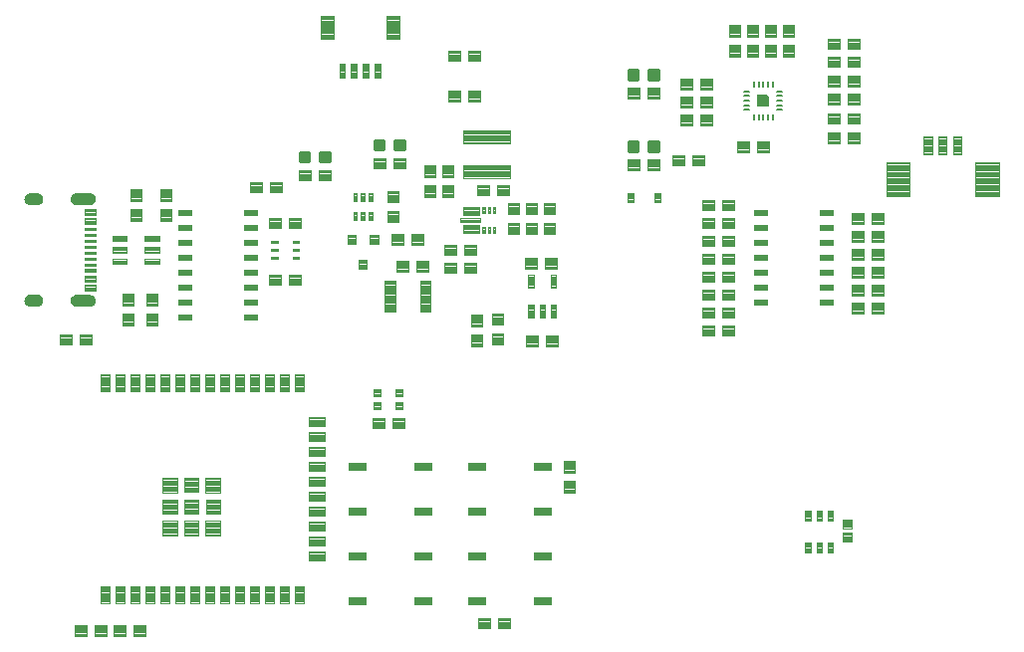
<source format=gtp>
G04 EAGLE Gerber RS-274X export*
G75*
%MOMM*%
%FSLAX34Y34*%
%LPD*%
%INSolderpaste Top*%
%IPPOS*%
%AMOC8*
5,1,8,0,0,1.08239X$1,22.5*%
G01*
%ADD10C,0.100000*%
%ADD11C,0.300000*%
%ADD12C,0.100800*%
%ADD13C,0.102000*%
%ADD14C,0.200000*%
%ADD15C,0.099000*%
%ADD16C,0.106400*%
%ADD17C,0.105000*%
%ADD18C,0.096000*%
%ADD19C,0.100581*%
%ADD20C,0.099059*%
%ADD21C,0.104000*%
%ADD22C,0.102869*%

G36*
X62845Y358154D02*
X62845Y358154D01*
X62848Y358151D01*
X63943Y358331D01*
X63949Y358337D01*
X63954Y358334D01*
X64982Y358753D01*
X64986Y358760D01*
X64991Y358758D01*
X65900Y359396D01*
X65903Y359403D01*
X65908Y359403D01*
X66652Y360226D01*
X66653Y360234D01*
X66659Y360235D01*
X67201Y361203D01*
X67200Y361212D01*
X67206Y361214D01*
X67519Y362278D01*
X67516Y362286D01*
X67521Y362289D01*
X67589Y363397D01*
X67585Y363404D01*
X67589Y363407D01*
X67419Y364515D01*
X67413Y364521D01*
X67416Y364526D01*
X67004Y365568D01*
X66997Y365572D01*
X66999Y365577D01*
X66365Y366502D01*
X66357Y366504D01*
X66358Y366510D01*
X65535Y367270D01*
X65526Y367271D01*
X65526Y367277D01*
X64554Y367834D01*
X64546Y367833D01*
X64544Y367839D01*
X63472Y368166D01*
X63464Y368163D01*
X63461Y368168D01*
X62344Y368249D01*
X62341Y368248D01*
X62340Y368249D01*
X50340Y368249D01*
X50337Y368247D01*
X50330Y368247D01*
X50329Y368248D01*
X49385Y368029D01*
X49379Y368023D01*
X49374Y368025D01*
X48502Y367602D01*
X48499Y367594D01*
X48493Y367596D01*
X47737Y366989D01*
X47735Y366981D01*
X47729Y366981D01*
X47128Y366221D01*
X47128Y366212D01*
X47122Y366211D01*
X46704Y365336D01*
X46706Y365328D01*
X46701Y365326D01*
X46489Y364380D01*
X46492Y364373D01*
X46487Y364369D01*
X46491Y363400D01*
X46491Y363399D01*
X46510Y362331D01*
X46515Y362324D01*
X46511Y362320D01*
X46767Y361283D01*
X46774Y361278D01*
X46771Y361272D01*
X47252Y360318D01*
X47259Y360315D01*
X47258Y360309D01*
X47939Y359486D01*
X47947Y359484D01*
X47947Y359478D01*
X48794Y358827D01*
X48802Y358827D01*
X48803Y358821D01*
X49774Y358374D01*
X49782Y358376D01*
X49784Y358371D01*
X50830Y358152D01*
X50837Y358155D01*
X50840Y358151D01*
X62840Y358151D01*
X62845Y358154D01*
G37*
G36*
X62845Y444555D02*
X62845Y444555D01*
X62848Y444551D01*
X63954Y444744D01*
X63959Y444750D01*
X63964Y444747D01*
X64999Y445180D01*
X65003Y445187D01*
X65008Y445185D01*
X65921Y445838D01*
X65923Y445846D01*
X65929Y445845D01*
X66673Y446684D01*
X66674Y446693D01*
X66679Y446693D01*
X67218Y447677D01*
X67217Y447685D01*
X67218Y447686D01*
X67222Y447687D01*
X67335Y448083D01*
X67489Y448625D01*
X67529Y448766D01*
X67527Y448771D01*
X67529Y448773D01*
X67527Y448775D01*
X67531Y448777D01*
X67589Y449897D01*
X67586Y449902D01*
X67589Y449906D01*
X67471Y450951D01*
X67465Y450957D01*
X67469Y450962D01*
X67121Y451956D01*
X67114Y451960D01*
X67116Y451965D01*
X66556Y452857D01*
X66549Y452860D01*
X66549Y452865D01*
X65805Y453609D01*
X65797Y453611D01*
X65797Y453616D01*
X64905Y454176D01*
X64897Y454176D01*
X64896Y454181D01*
X63902Y454529D01*
X63894Y454526D01*
X63891Y454531D01*
X62846Y454649D01*
X62842Y454647D01*
X62840Y454649D01*
X50840Y454649D01*
X50837Y454647D01*
X50834Y454647D01*
X50832Y454649D01*
X49836Y454491D01*
X49830Y454485D01*
X49825Y454488D01*
X48889Y454113D01*
X48885Y454106D01*
X48879Y454108D01*
X48050Y453534D01*
X48047Y453526D01*
X48042Y453527D01*
X47361Y452783D01*
X47360Y452774D01*
X47354Y452774D01*
X46856Y451897D01*
X46857Y451889D01*
X46852Y451886D01*
X46723Y451459D01*
X46561Y450921D01*
X46562Y450918D01*
X46561Y450917D01*
X46564Y450913D01*
X46559Y450910D01*
X46491Y449903D01*
X46492Y449901D01*
X46491Y449900D01*
X46500Y448819D01*
X46505Y448812D01*
X46501Y448808D01*
X46751Y447756D01*
X46757Y447751D01*
X46754Y447746D01*
X47231Y446776D01*
X47239Y446773D01*
X47237Y446767D01*
X47918Y445928D01*
X47926Y445926D01*
X47926Y445920D01*
X48777Y445254D01*
X48785Y445253D01*
X48786Y445248D01*
X49763Y444787D01*
X49771Y444789D01*
X49774Y444784D01*
X50829Y444552D01*
X50837Y444555D01*
X50840Y444551D01*
X62840Y444551D01*
X62845Y444555D01*
G37*
G36*
X18044Y358154D02*
X18044Y358154D01*
X18046Y358151D01*
X19179Y358301D01*
X19185Y358307D01*
X19190Y358304D01*
X20260Y358702D01*
X20264Y358709D01*
X20270Y358707D01*
X21225Y359334D01*
X21228Y359342D01*
X21233Y359341D01*
X22025Y360164D01*
X22026Y360172D01*
X22032Y360173D01*
X22621Y361152D01*
X22620Y361160D01*
X22625Y361162D01*
X22981Y362247D01*
X22979Y362255D01*
X22983Y362258D01*
X23089Y363395D01*
X23084Y363404D01*
X23088Y363409D01*
X22881Y364546D01*
X22875Y364552D01*
X22878Y364557D01*
X22423Y365619D01*
X22416Y365623D01*
X22418Y365629D01*
X21738Y366564D01*
X21730Y366566D01*
X21731Y366572D01*
X20860Y367332D01*
X20852Y367332D01*
X20851Y367338D01*
X19832Y367885D01*
X19824Y367884D01*
X19822Y367889D01*
X18708Y368196D01*
X18700Y368193D01*
X18697Y368198D01*
X17542Y368249D01*
X17541Y368248D01*
X17540Y368249D01*
X11540Y368249D01*
X11537Y368247D01*
X11532Y368247D01*
X11531Y368248D01*
X10450Y368036D01*
X10445Y368030D01*
X10440Y368033D01*
X9434Y367586D01*
X9430Y367579D01*
X9424Y367581D01*
X8543Y366921D01*
X8540Y366913D01*
X8535Y366913D01*
X7822Y366074D01*
X7822Y366066D01*
X7816Y366065D01*
X7308Y365088D01*
X7309Y365080D01*
X7304Y365078D01*
X7026Y364013D01*
X7029Y364005D01*
X7025Y364002D01*
X6991Y362902D01*
X6995Y362896D01*
X6991Y362893D01*
X7146Y361818D01*
X7152Y361812D01*
X7149Y361807D01*
X7539Y360793D01*
X7546Y360789D01*
X7545Y360783D01*
X8151Y359881D01*
X8159Y359879D01*
X8158Y359873D01*
X8950Y359129D01*
X8958Y359128D01*
X8958Y359122D01*
X9896Y358573D01*
X9904Y358574D01*
X9906Y358568D01*
X10942Y358241D01*
X10950Y358244D01*
X10953Y358239D01*
X12036Y358151D01*
X12039Y358153D01*
X12040Y358151D01*
X18040Y358151D01*
X18044Y358154D01*
G37*
G36*
X18043Y444553D02*
X18043Y444553D01*
X18045Y444551D01*
X19137Y444652D01*
X19143Y444657D01*
X19148Y444654D01*
X20191Y444995D01*
X20196Y445002D01*
X20201Y445000D01*
X21142Y445564D01*
X21145Y445572D01*
X21151Y445571D01*
X21943Y446331D01*
X21944Y446339D01*
X21950Y446340D01*
X22553Y447257D01*
X22552Y447265D01*
X22558Y447267D01*
X22941Y448295D01*
X22939Y448303D01*
X22944Y448306D01*
X23089Y449394D01*
X23085Y449401D01*
X23089Y449405D01*
X22983Y450542D01*
X22978Y450548D01*
X22981Y450553D01*
X22625Y451638D01*
X22618Y451643D01*
X22621Y451648D01*
X22032Y452627D01*
X22024Y452630D01*
X22025Y452636D01*
X21233Y453459D01*
X21225Y453460D01*
X21225Y453466D01*
X20270Y454093D01*
X20262Y454092D01*
X20260Y454098D01*
X19190Y454496D01*
X19182Y454494D01*
X19179Y454499D01*
X18046Y454649D01*
X18043Y454647D01*
X18042Y454647D01*
X18040Y454649D01*
X12040Y454649D01*
X12037Y454647D01*
X12035Y454647D01*
X12034Y454649D01*
X10901Y454499D01*
X10895Y454493D01*
X10890Y454496D01*
X9820Y454098D01*
X9816Y454091D01*
X9810Y454093D01*
X8855Y453466D01*
X8852Y453458D01*
X8847Y453459D01*
X8055Y452636D01*
X8054Y452628D01*
X8048Y452627D01*
X7459Y451648D01*
X7460Y451640D01*
X7455Y451638D01*
X7099Y450553D01*
X7102Y450545D01*
X7097Y450542D01*
X6991Y449405D01*
X6995Y449398D01*
X6991Y449394D01*
X7136Y448306D01*
X7142Y448300D01*
X7139Y448295D01*
X7523Y447267D01*
X7529Y447262D01*
X7528Y447257D01*
X8130Y446340D01*
X8138Y446337D01*
X8137Y446331D01*
X8929Y445571D01*
X8937Y445570D01*
X8938Y445564D01*
X9879Y445000D01*
X9887Y445001D01*
X9889Y444995D01*
X10932Y444654D01*
X10940Y444656D01*
X10943Y444652D01*
X12036Y444551D01*
X12038Y444553D01*
X12040Y444551D01*
X18040Y444551D01*
X18043Y444553D01*
G37*
G36*
X639746Y528426D02*
X639746Y528426D01*
X639763Y528423D01*
X639813Y528445D01*
X639864Y528460D01*
X639875Y528473D01*
X639891Y528480D01*
X639921Y528525D01*
X639956Y528565D01*
X639959Y528582D01*
X639968Y528597D01*
X639979Y528670D01*
X639979Y536400D01*
X639975Y536415D01*
X639977Y536430D01*
X639960Y536468D01*
X639950Y536516D01*
X639942Y536528D01*
X639940Y536534D01*
X639932Y536541D01*
X639921Y536557D01*
X639920Y536558D01*
X639919Y536558D01*
X639906Y536576D01*
X638176Y538306D01*
X638124Y538335D01*
X638074Y538368D01*
X638059Y538370D01*
X638054Y538373D01*
X638043Y538373D01*
X638000Y538379D01*
X630270Y538379D01*
X630254Y538374D01*
X630237Y538377D01*
X630187Y538355D01*
X630136Y538340D01*
X630125Y538327D01*
X630109Y538320D01*
X630079Y538275D01*
X630044Y538235D01*
X630041Y538218D01*
X630032Y538204D01*
X630021Y538130D01*
X630021Y528670D01*
X630026Y528654D01*
X630023Y528637D01*
X630045Y528587D01*
X630060Y528536D01*
X630073Y528525D01*
X630080Y528509D01*
X630125Y528479D01*
X630165Y528444D01*
X630182Y528441D01*
X630197Y528432D01*
X630270Y528421D01*
X639730Y528421D01*
X639746Y528426D01*
G37*
D10*
X208590Y455240D02*
X198590Y455240D01*
X198590Y464240D01*
X208590Y464240D01*
X208590Y455240D01*
X208590Y456190D02*
X198590Y456190D01*
X198590Y457140D02*
X208590Y457140D01*
X208590Y458090D02*
X198590Y458090D01*
X198590Y459040D02*
X208590Y459040D01*
X208590Y459990D02*
X198590Y459990D01*
X198590Y460940D02*
X208590Y460940D01*
X208590Y461890D02*
X198590Y461890D01*
X198590Y462840D02*
X208590Y462840D01*
X208590Y463790D02*
X198590Y463790D01*
X215590Y455240D02*
X225590Y455240D01*
X215590Y455240D02*
X215590Y464240D01*
X225590Y464240D01*
X225590Y455240D01*
X225590Y456190D02*
X215590Y456190D01*
X215590Y457140D02*
X225590Y457140D01*
X225590Y458090D02*
X215590Y458090D01*
X215590Y459040D02*
X225590Y459040D01*
X225590Y459990D02*
X215590Y459990D01*
X215590Y460940D02*
X225590Y460940D01*
X225590Y461890D02*
X215590Y461890D01*
X215590Y462840D02*
X225590Y462840D01*
X225590Y463790D02*
X215590Y463790D01*
X690080Y530170D02*
X700080Y530170D01*
X690080Y530170D02*
X690080Y539170D01*
X700080Y539170D01*
X700080Y530170D01*
X700080Y531120D02*
X690080Y531120D01*
X690080Y532070D02*
X700080Y532070D01*
X700080Y533020D02*
X690080Y533020D01*
X690080Y533970D02*
X700080Y533970D01*
X700080Y534920D02*
X690080Y534920D01*
X690080Y535870D02*
X700080Y535870D01*
X700080Y536820D02*
X690080Y536820D01*
X690080Y537770D02*
X700080Y537770D01*
X700080Y538720D02*
X690080Y538720D01*
X707080Y530170D02*
X717080Y530170D01*
X707080Y530170D02*
X707080Y539170D01*
X717080Y539170D01*
X717080Y530170D01*
X717080Y531120D02*
X707080Y531120D01*
X707080Y532070D02*
X717080Y532070D01*
X717080Y533020D02*
X707080Y533020D01*
X707080Y533970D02*
X717080Y533970D01*
X717080Y534920D02*
X707080Y534920D01*
X707080Y535870D02*
X717080Y535870D01*
X717080Y536820D02*
X707080Y536820D01*
X707080Y537770D02*
X717080Y537770D01*
X717080Y538720D02*
X707080Y538720D01*
X700080Y545410D02*
X690080Y545410D01*
X690080Y554410D01*
X700080Y554410D01*
X700080Y545410D01*
X700080Y546360D02*
X690080Y546360D01*
X690080Y547310D02*
X700080Y547310D01*
X700080Y548260D02*
X690080Y548260D01*
X690080Y549210D02*
X700080Y549210D01*
X700080Y550160D02*
X690080Y550160D01*
X690080Y551110D02*
X700080Y551110D01*
X700080Y552060D02*
X690080Y552060D01*
X690080Y553010D02*
X700080Y553010D01*
X700080Y553960D02*
X690080Y553960D01*
X707080Y545410D02*
X717080Y545410D01*
X707080Y545410D02*
X707080Y554410D01*
X717080Y554410D01*
X717080Y545410D01*
X717080Y546360D02*
X707080Y546360D01*
X707080Y547310D02*
X717080Y547310D01*
X717080Y548260D02*
X707080Y548260D01*
X707080Y549210D02*
X717080Y549210D01*
X717080Y550160D02*
X707080Y550160D01*
X707080Y551110D02*
X717080Y551110D01*
X717080Y552060D02*
X707080Y552060D01*
X707080Y553010D02*
X717080Y553010D01*
X717080Y553960D02*
X707080Y553960D01*
X652090Y587700D02*
X652090Y597700D01*
X661090Y597700D01*
X661090Y587700D01*
X652090Y587700D01*
X652090Y588650D02*
X661090Y588650D01*
X661090Y589600D02*
X652090Y589600D01*
X652090Y590550D02*
X661090Y590550D01*
X661090Y591500D02*
X652090Y591500D01*
X652090Y592450D02*
X661090Y592450D01*
X661090Y593400D02*
X652090Y593400D01*
X652090Y594350D02*
X661090Y594350D01*
X661090Y595300D02*
X652090Y595300D01*
X652090Y596250D02*
X661090Y596250D01*
X661090Y597200D02*
X652090Y597200D01*
X652090Y580700D02*
X652090Y570700D01*
X652090Y580700D02*
X661090Y580700D01*
X661090Y570700D01*
X652090Y570700D01*
X652090Y571650D02*
X661090Y571650D01*
X661090Y572600D02*
X652090Y572600D01*
X652090Y573550D02*
X661090Y573550D01*
X661090Y574500D02*
X652090Y574500D01*
X652090Y575450D02*
X661090Y575450D01*
X661090Y576400D02*
X652090Y576400D01*
X652090Y577350D02*
X661090Y577350D01*
X661090Y578300D02*
X652090Y578300D01*
X652090Y579250D02*
X661090Y579250D01*
X661090Y580200D02*
X652090Y580200D01*
X639610Y498530D02*
X629610Y498530D01*
X639610Y498530D02*
X639610Y489530D01*
X629610Y489530D01*
X629610Y498530D01*
X629610Y490480D02*
X639610Y490480D01*
X639610Y491430D02*
X629610Y491430D01*
X629610Y492380D02*
X639610Y492380D01*
X639610Y493330D02*
X629610Y493330D01*
X629610Y494280D02*
X639610Y494280D01*
X639610Y495230D02*
X629610Y495230D01*
X629610Y496180D02*
X639610Y496180D01*
X639610Y497130D02*
X629610Y497130D01*
X629610Y498080D02*
X639610Y498080D01*
X622610Y498530D02*
X612610Y498530D01*
X622610Y498530D02*
X622610Y489530D01*
X612610Y489530D01*
X612610Y498530D01*
X612610Y490480D02*
X622610Y490480D01*
X622610Y491430D02*
X612610Y491430D01*
X612610Y492380D02*
X622610Y492380D01*
X622610Y493330D02*
X612610Y493330D01*
X612610Y494280D02*
X622610Y494280D01*
X622610Y495230D02*
X612610Y495230D01*
X612610Y496180D02*
X622610Y496180D01*
X622610Y497130D02*
X612610Y497130D01*
X612610Y498080D02*
X622610Y498080D01*
D11*
X528130Y551490D02*
X528130Y558490D01*
X528130Y551490D02*
X521130Y551490D01*
X521130Y558490D01*
X528130Y558490D01*
X528130Y554340D02*
X521130Y554340D01*
X521130Y557190D02*
X528130Y557190D01*
X545670Y558490D02*
X545670Y551490D01*
X538670Y551490D01*
X538670Y558490D01*
X545670Y558490D01*
X545670Y554340D02*
X538670Y554340D01*
X538670Y557190D02*
X545670Y557190D01*
D12*
X547546Y454496D02*
X542254Y454496D01*
X547546Y454496D02*
X547546Y447204D01*
X542254Y447204D01*
X542254Y454496D01*
X542254Y448162D02*
X547546Y448162D01*
X547546Y449120D02*
X542254Y449120D01*
X542254Y450078D02*
X547546Y450078D01*
X547546Y451036D02*
X542254Y451036D01*
X542254Y451994D02*
X547546Y451994D01*
X547546Y452952D02*
X542254Y452952D01*
X542254Y453910D02*
X547546Y453910D01*
X524546Y454496D02*
X519254Y454496D01*
X524546Y454496D02*
X524546Y447204D01*
X519254Y447204D01*
X519254Y454496D01*
X519254Y448162D02*
X524546Y448162D01*
X524546Y449120D02*
X519254Y449120D01*
X519254Y450078D02*
X524546Y450078D01*
X524546Y451036D02*
X519254Y451036D01*
X519254Y451994D02*
X524546Y451994D01*
X524546Y452952D02*
X519254Y452952D01*
X519254Y453910D02*
X524546Y453910D01*
D13*
X58150Y399890D02*
X58150Y397910D01*
X58150Y399890D02*
X67130Y399890D01*
X67130Y397910D01*
X58150Y397910D01*
X58150Y398879D02*
X67130Y398879D01*
X67130Y399848D02*
X58150Y399848D01*
X58150Y402910D02*
X58150Y404890D01*
X67130Y404890D01*
X67130Y402910D01*
X58150Y402910D01*
X58150Y403879D02*
X67130Y403879D01*
X67130Y404848D02*
X58150Y404848D01*
X58150Y376640D02*
X58150Y371660D01*
X58150Y376640D02*
X67130Y376640D01*
X67130Y371660D01*
X58150Y371660D01*
X58150Y372629D02*
X67130Y372629D01*
X67130Y373598D02*
X58150Y373598D01*
X58150Y374567D02*
X67130Y374567D01*
X67130Y375536D02*
X58150Y375536D01*
X58150Y376505D02*
X67130Y376505D01*
X58150Y379410D02*
X58150Y384390D01*
X67130Y384390D01*
X67130Y379410D01*
X58150Y379410D01*
X58150Y380379D02*
X67130Y380379D01*
X67130Y381348D02*
X58150Y381348D01*
X58150Y382317D02*
X67130Y382317D01*
X67130Y383286D02*
X58150Y383286D01*
X58150Y384255D02*
X67130Y384255D01*
X58150Y387910D02*
X58150Y389890D01*
X67130Y389890D01*
X67130Y387910D01*
X58150Y387910D01*
X58150Y388879D02*
X67130Y388879D01*
X67130Y389848D02*
X58150Y389848D01*
X58150Y392910D02*
X58150Y394890D01*
X67130Y394890D01*
X67130Y392910D01*
X58150Y392910D01*
X58150Y393879D02*
X67130Y393879D01*
X67130Y394848D02*
X58150Y394848D01*
X67130Y412910D02*
X67130Y414890D01*
X67130Y412910D02*
X58150Y412910D01*
X58150Y414890D01*
X67130Y414890D01*
X67130Y413879D02*
X58150Y413879D01*
X58150Y414848D02*
X67130Y414848D01*
X67130Y409890D02*
X67130Y407910D01*
X58150Y407910D01*
X58150Y409890D01*
X67130Y409890D01*
X67130Y408879D02*
X58150Y408879D01*
X58150Y409848D02*
X67130Y409848D01*
X67130Y436160D02*
X67130Y441140D01*
X67130Y436160D02*
X58150Y436160D01*
X58150Y441140D01*
X67130Y441140D01*
X67130Y437129D02*
X58150Y437129D01*
X58150Y438098D02*
X67130Y438098D01*
X67130Y439067D02*
X58150Y439067D01*
X58150Y440036D02*
X67130Y440036D01*
X67130Y441005D02*
X58150Y441005D01*
X67130Y433390D02*
X67130Y428410D01*
X58150Y428410D01*
X58150Y433390D01*
X67130Y433390D01*
X67130Y429379D02*
X58150Y429379D01*
X58150Y430348D02*
X67130Y430348D01*
X67130Y431317D02*
X58150Y431317D01*
X58150Y432286D02*
X67130Y432286D01*
X67130Y433255D02*
X58150Y433255D01*
X67130Y424890D02*
X67130Y422910D01*
X58150Y422910D01*
X58150Y424890D01*
X67130Y424890D01*
X67130Y423879D02*
X58150Y423879D01*
X58150Y424848D02*
X67130Y424848D01*
X67130Y419890D02*
X67130Y417910D01*
X58150Y417910D01*
X58150Y419890D01*
X67130Y419890D01*
X67130Y418879D02*
X58150Y418879D01*
X58150Y419848D02*
X67130Y419848D01*
D10*
X621610Y587700D02*
X621610Y597700D01*
X630610Y597700D01*
X630610Y587700D01*
X621610Y587700D01*
X621610Y588650D02*
X630610Y588650D01*
X630610Y589600D02*
X621610Y589600D01*
X621610Y590550D02*
X630610Y590550D01*
X630610Y591500D02*
X621610Y591500D01*
X621610Y592450D02*
X630610Y592450D01*
X630610Y593400D02*
X621610Y593400D01*
X621610Y594350D02*
X630610Y594350D01*
X630610Y595300D02*
X621610Y595300D01*
X621610Y596250D02*
X630610Y596250D01*
X630610Y597200D02*
X621610Y597200D01*
X621610Y580700D02*
X621610Y570700D01*
X621610Y580700D02*
X630610Y580700D01*
X630610Y570700D01*
X621610Y570700D01*
X621610Y571650D02*
X630610Y571650D01*
X630610Y572600D02*
X621610Y572600D01*
X621610Y573550D02*
X630610Y573550D01*
X630610Y574500D02*
X621610Y574500D01*
X621610Y575450D02*
X630610Y575450D01*
X630610Y576400D02*
X621610Y576400D01*
X621610Y577350D02*
X630610Y577350D01*
X630610Y578300D02*
X621610Y578300D01*
X621610Y579250D02*
X630610Y579250D01*
X630610Y580200D02*
X621610Y580200D01*
X574350Y542870D02*
X564350Y542870D01*
X564350Y551870D01*
X574350Y551870D01*
X574350Y542870D01*
X574350Y543820D02*
X564350Y543820D01*
X564350Y544770D02*
X574350Y544770D01*
X574350Y545720D02*
X564350Y545720D01*
X564350Y546670D02*
X574350Y546670D01*
X574350Y547620D02*
X564350Y547620D01*
X564350Y548570D02*
X574350Y548570D01*
X574350Y549520D02*
X564350Y549520D01*
X564350Y550470D02*
X574350Y550470D01*
X574350Y551420D02*
X564350Y551420D01*
X581350Y542870D02*
X591350Y542870D01*
X581350Y542870D02*
X581350Y551870D01*
X591350Y551870D01*
X591350Y542870D01*
X591350Y543820D02*
X581350Y543820D01*
X581350Y544770D02*
X591350Y544770D01*
X591350Y545720D02*
X581350Y545720D01*
X581350Y546670D02*
X591350Y546670D01*
X591350Y547620D02*
X581350Y547620D01*
X581350Y548570D02*
X591350Y548570D01*
X591350Y549520D02*
X581350Y549520D01*
X581350Y550470D02*
X591350Y550470D01*
X591350Y551420D02*
X581350Y551420D01*
X636850Y587700D02*
X636850Y597700D01*
X645850Y597700D01*
X645850Y587700D01*
X636850Y587700D01*
X636850Y588650D02*
X645850Y588650D01*
X645850Y589600D02*
X636850Y589600D01*
X636850Y590550D02*
X645850Y590550D01*
X645850Y591500D02*
X636850Y591500D01*
X636850Y592450D02*
X645850Y592450D01*
X645850Y593400D02*
X636850Y593400D01*
X636850Y594350D02*
X645850Y594350D01*
X645850Y595300D02*
X636850Y595300D01*
X636850Y596250D02*
X645850Y596250D01*
X645850Y597200D02*
X636850Y597200D01*
X636850Y580700D02*
X636850Y570700D01*
X636850Y580700D02*
X645850Y580700D01*
X645850Y570700D01*
X636850Y570700D01*
X636850Y571650D02*
X645850Y571650D01*
X645850Y572600D02*
X636850Y572600D01*
X636850Y573550D02*
X645850Y573550D01*
X645850Y574500D02*
X636850Y574500D01*
X636850Y575450D02*
X645850Y575450D01*
X645850Y576400D02*
X636850Y576400D01*
X636850Y577350D02*
X645850Y577350D01*
X645850Y578300D02*
X636850Y578300D01*
X636850Y579250D02*
X645850Y579250D01*
X645850Y580200D02*
X636850Y580200D01*
X529900Y474290D02*
X519900Y474290D01*
X519900Y483290D01*
X529900Y483290D01*
X529900Y474290D01*
X529900Y475240D02*
X519900Y475240D01*
X519900Y476190D02*
X529900Y476190D01*
X529900Y477140D02*
X519900Y477140D01*
X519900Y478090D02*
X529900Y478090D01*
X529900Y479040D02*
X519900Y479040D01*
X519900Y479990D02*
X529900Y479990D01*
X529900Y480940D02*
X519900Y480940D01*
X519900Y481890D02*
X529900Y481890D01*
X529900Y482840D02*
X519900Y482840D01*
X536900Y474290D02*
X546900Y474290D01*
X536900Y474290D02*
X536900Y483290D01*
X546900Y483290D01*
X546900Y474290D01*
X546900Y475240D02*
X536900Y475240D01*
X536900Y476190D02*
X546900Y476190D01*
X546900Y477140D02*
X536900Y477140D01*
X536900Y478090D02*
X546900Y478090D01*
X546900Y479040D02*
X536900Y479040D01*
X536900Y479990D02*
X546900Y479990D01*
X546900Y480940D02*
X536900Y480940D01*
X536900Y481890D02*
X546900Y481890D01*
X546900Y482840D02*
X536900Y482840D01*
X707080Y586160D02*
X717080Y586160D01*
X717080Y577160D01*
X707080Y577160D01*
X707080Y586160D01*
X707080Y578110D02*
X717080Y578110D01*
X717080Y579060D02*
X707080Y579060D01*
X707080Y580010D02*
X717080Y580010D01*
X717080Y580960D02*
X707080Y580960D01*
X707080Y581910D02*
X717080Y581910D01*
X717080Y582860D02*
X707080Y582860D01*
X707080Y583810D02*
X717080Y583810D01*
X717080Y584760D02*
X707080Y584760D01*
X707080Y585710D02*
X717080Y585710D01*
X700080Y586160D02*
X690080Y586160D01*
X700080Y586160D02*
X700080Y577160D01*
X690080Y577160D01*
X690080Y586160D01*
X690080Y578110D02*
X700080Y578110D01*
X700080Y579060D02*
X690080Y579060D01*
X690080Y580010D02*
X700080Y580010D01*
X700080Y580960D02*
X690080Y580960D01*
X690080Y581910D02*
X700080Y581910D01*
X700080Y582860D02*
X690080Y582860D01*
X690080Y583810D02*
X700080Y583810D01*
X700080Y584760D02*
X690080Y584760D01*
X690080Y585710D02*
X700080Y585710D01*
X546900Y544250D02*
X536900Y544250D01*
X546900Y544250D02*
X546900Y535250D01*
X536900Y535250D01*
X536900Y544250D01*
X536900Y536200D02*
X546900Y536200D01*
X546900Y537150D02*
X536900Y537150D01*
X536900Y538100D02*
X546900Y538100D01*
X546900Y539050D02*
X536900Y539050D01*
X536900Y540000D02*
X546900Y540000D01*
X546900Y540950D02*
X536900Y540950D01*
X536900Y541900D02*
X546900Y541900D01*
X546900Y542850D02*
X536900Y542850D01*
X536900Y543800D02*
X546900Y543800D01*
X529900Y544250D02*
X519900Y544250D01*
X529900Y544250D02*
X529900Y535250D01*
X519900Y535250D01*
X519900Y544250D01*
X519900Y536200D02*
X529900Y536200D01*
X529900Y537150D02*
X519900Y537150D01*
X519900Y538100D02*
X529900Y538100D01*
X529900Y539050D02*
X519900Y539050D01*
X519900Y540000D02*
X529900Y540000D01*
X529900Y540950D02*
X519900Y540950D01*
X519900Y541900D02*
X529900Y541900D01*
X529900Y542850D02*
X519900Y542850D01*
X519900Y543800D02*
X529900Y543800D01*
X47300Y325700D02*
X37300Y325700D01*
X37300Y334700D01*
X47300Y334700D01*
X47300Y325700D01*
X47300Y326650D02*
X37300Y326650D01*
X37300Y327600D02*
X47300Y327600D01*
X47300Y328550D02*
X37300Y328550D01*
X37300Y329500D02*
X47300Y329500D01*
X47300Y330450D02*
X37300Y330450D01*
X37300Y331400D02*
X47300Y331400D01*
X47300Y332350D02*
X37300Y332350D01*
X37300Y333300D02*
X47300Y333300D01*
X47300Y334250D02*
X37300Y334250D01*
X54300Y325700D02*
X64300Y325700D01*
X54300Y325700D02*
X54300Y334700D01*
X64300Y334700D01*
X64300Y325700D01*
X64300Y326650D02*
X54300Y326650D01*
X54300Y327600D02*
X64300Y327600D01*
X64300Y328550D02*
X54300Y328550D01*
X54300Y329500D02*
X64300Y329500D01*
X64300Y330450D02*
X54300Y330450D01*
X54300Y331400D02*
X64300Y331400D01*
X64300Y332350D02*
X54300Y332350D01*
X54300Y333300D02*
X64300Y333300D01*
X64300Y334250D02*
X54300Y334250D01*
X97100Y448000D02*
X97100Y458000D01*
X106100Y458000D01*
X106100Y448000D01*
X97100Y448000D01*
X97100Y448950D02*
X106100Y448950D01*
X106100Y449900D02*
X97100Y449900D01*
X97100Y450850D02*
X106100Y450850D01*
X106100Y451800D02*
X97100Y451800D01*
X97100Y452750D02*
X106100Y452750D01*
X106100Y453700D02*
X97100Y453700D01*
X97100Y454650D02*
X106100Y454650D01*
X106100Y455600D02*
X97100Y455600D01*
X97100Y456550D02*
X106100Y456550D01*
X106100Y457500D02*
X97100Y457500D01*
X97100Y441000D02*
X97100Y431000D01*
X97100Y441000D02*
X106100Y441000D01*
X106100Y431000D01*
X97100Y431000D01*
X97100Y431950D02*
X106100Y431950D01*
X106100Y432900D02*
X97100Y432900D01*
X97100Y433850D02*
X106100Y433850D01*
X106100Y434800D02*
X97100Y434800D01*
X97100Y435750D02*
X106100Y435750D01*
X106100Y436700D02*
X97100Y436700D01*
X97100Y437650D02*
X106100Y437650D01*
X106100Y438600D02*
X97100Y438600D01*
X97100Y439550D02*
X106100Y439550D01*
X106100Y440500D02*
X97100Y440500D01*
X564350Y527630D02*
X574350Y527630D01*
X564350Y527630D02*
X564350Y536630D01*
X574350Y536630D01*
X574350Y527630D01*
X574350Y528580D02*
X564350Y528580D01*
X564350Y529530D02*
X574350Y529530D01*
X574350Y530480D02*
X564350Y530480D01*
X564350Y531430D02*
X574350Y531430D01*
X574350Y532380D02*
X564350Y532380D01*
X564350Y533330D02*
X574350Y533330D01*
X574350Y534280D02*
X564350Y534280D01*
X564350Y535230D02*
X574350Y535230D01*
X574350Y536180D02*
X564350Y536180D01*
X581350Y527630D02*
X591350Y527630D01*
X581350Y527630D02*
X581350Y536630D01*
X591350Y536630D01*
X591350Y527630D01*
X591350Y528580D02*
X581350Y528580D01*
X581350Y529530D02*
X591350Y529530D01*
X591350Y530480D02*
X581350Y530480D01*
X581350Y531430D02*
X591350Y531430D01*
X591350Y532380D02*
X581350Y532380D01*
X581350Y533330D02*
X591350Y533330D01*
X591350Y534280D02*
X581350Y534280D01*
X581350Y535230D02*
X591350Y535230D01*
X591350Y536180D02*
X581350Y536180D01*
X606370Y587700D02*
X606370Y597700D01*
X615370Y597700D01*
X615370Y587700D01*
X606370Y587700D01*
X606370Y588650D02*
X615370Y588650D01*
X615370Y589600D02*
X606370Y589600D01*
X606370Y590550D02*
X615370Y590550D01*
X615370Y591500D02*
X606370Y591500D01*
X606370Y592450D02*
X615370Y592450D01*
X615370Y593400D02*
X606370Y593400D01*
X606370Y594350D02*
X615370Y594350D01*
X615370Y595300D02*
X606370Y595300D01*
X606370Y596250D02*
X615370Y596250D01*
X615370Y597200D02*
X606370Y597200D01*
X606370Y580700D02*
X606370Y570700D01*
X606370Y580700D02*
X615370Y580700D01*
X615370Y570700D01*
X606370Y570700D01*
X606370Y571650D02*
X615370Y571650D01*
X615370Y572600D02*
X606370Y572600D01*
X606370Y573550D02*
X615370Y573550D01*
X615370Y574500D02*
X606370Y574500D01*
X606370Y575450D02*
X615370Y575450D01*
X615370Y576400D02*
X606370Y576400D01*
X606370Y577350D02*
X615370Y577350D01*
X615370Y578300D02*
X606370Y578300D01*
X606370Y579250D02*
X615370Y579250D01*
X615370Y580200D02*
X606370Y580200D01*
X574350Y512390D02*
X564350Y512390D01*
X564350Y521390D01*
X574350Y521390D01*
X574350Y512390D01*
X574350Y513340D02*
X564350Y513340D01*
X564350Y514290D02*
X574350Y514290D01*
X574350Y515240D02*
X564350Y515240D01*
X564350Y516190D02*
X574350Y516190D01*
X574350Y517140D02*
X564350Y517140D01*
X564350Y518090D02*
X574350Y518090D01*
X574350Y519040D02*
X564350Y519040D01*
X564350Y519990D02*
X574350Y519990D01*
X574350Y520940D02*
X564350Y520940D01*
X581350Y512390D02*
X591350Y512390D01*
X581350Y512390D02*
X581350Y521390D01*
X591350Y521390D01*
X591350Y512390D01*
X591350Y513340D02*
X581350Y513340D01*
X581350Y514290D02*
X591350Y514290D01*
X591350Y515240D02*
X581350Y515240D01*
X581350Y516190D02*
X591350Y516190D01*
X591350Y517140D02*
X581350Y517140D01*
X581350Y518090D02*
X591350Y518090D01*
X591350Y519040D02*
X581350Y519040D01*
X581350Y519990D02*
X591350Y519990D01*
X591350Y520940D02*
X581350Y520940D01*
D14*
X647000Y533400D02*
X651000Y533400D01*
X651000Y541400D02*
X647000Y541400D01*
X647000Y525400D02*
X651000Y525400D01*
X651000Y537400D02*
X647000Y537400D01*
X647000Y529400D02*
X651000Y529400D01*
X635000Y545400D02*
X635000Y549400D01*
X627000Y549400D02*
X627000Y545400D01*
X643000Y545400D02*
X643000Y549400D01*
X631000Y549400D02*
X631000Y545400D01*
X639000Y545400D02*
X639000Y549400D01*
X635000Y521400D02*
X635000Y517400D01*
X643000Y517400D02*
X643000Y521400D01*
X627000Y521400D02*
X627000Y517400D01*
X639000Y517400D02*
X639000Y521400D01*
X631000Y521400D02*
X631000Y517400D01*
X623000Y533400D02*
X619000Y533400D01*
X619000Y525400D02*
X623000Y525400D01*
X623000Y541400D02*
X619000Y541400D01*
X619000Y529400D02*
X623000Y529400D01*
X623000Y537400D02*
X619000Y537400D01*
D15*
X79405Y120205D02*
X71395Y120205D01*
X79405Y120205D02*
X79405Y106195D01*
X71395Y106195D01*
X71395Y120205D01*
X71395Y107135D02*
X79405Y107135D01*
X79405Y108075D02*
X71395Y108075D01*
X71395Y109015D02*
X79405Y109015D01*
X79405Y109955D02*
X71395Y109955D01*
X71395Y110895D02*
X79405Y110895D01*
X79405Y111835D02*
X71395Y111835D01*
X71395Y112775D02*
X79405Y112775D01*
X79405Y113715D02*
X71395Y113715D01*
X71395Y114655D02*
X79405Y114655D01*
X79405Y115595D02*
X71395Y115595D01*
X71395Y116535D02*
X79405Y116535D01*
X79405Y117475D02*
X71395Y117475D01*
X71395Y118415D02*
X79405Y118415D01*
X79405Y119355D02*
X71395Y119355D01*
X84095Y120205D02*
X92105Y120205D01*
X92105Y106195D01*
X84095Y106195D01*
X84095Y120205D01*
X84095Y107135D02*
X92105Y107135D01*
X92105Y108075D02*
X84095Y108075D01*
X84095Y109015D02*
X92105Y109015D01*
X92105Y109955D02*
X84095Y109955D01*
X84095Y110895D02*
X92105Y110895D01*
X92105Y111835D02*
X84095Y111835D01*
X84095Y112775D02*
X92105Y112775D01*
X92105Y113715D02*
X84095Y113715D01*
X84095Y114655D02*
X92105Y114655D01*
X92105Y115595D02*
X84095Y115595D01*
X84095Y116535D02*
X92105Y116535D01*
X92105Y117475D02*
X84095Y117475D01*
X84095Y118415D02*
X92105Y118415D01*
X92105Y119355D02*
X84095Y119355D01*
X96795Y120205D02*
X104805Y120205D01*
X104805Y106195D01*
X96795Y106195D01*
X96795Y120205D01*
X96795Y107135D02*
X104805Y107135D01*
X104805Y108075D02*
X96795Y108075D01*
X96795Y109015D02*
X104805Y109015D01*
X104805Y109955D02*
X96795Y109955D01*
X96795Y110895D02*
X104805Y110895D01*
X104805Y111835D02*
X96795Y111835D01*
X96795Y112775D02*
X104805Y112775D01*
X104805Y113715D02*
X96795Y113715D01*
X96795Y114655D02*
X104805Y114655D01*
X104805Y115595D02*
X96795Y115595D01*
X96795Y116535D02*
X104805Y116535D01*
X104805Y117475D02*
X96795Y117475D01*
X96795Y118415D02*
X104805Y118415D01*
X104805Y119355D02*
X96795Y119355D01*
X109495Y120205D02*
X117505Y120205D01*
X117505Y106195D01*
X109495Y106195D01*
X109495Y120205D01*
X109495Y107135D02*
X117505Y107135D01*
X117505Y108075D02*
X109495Y108075D01*
X109495Y109015D02*
X117505Y109015D01*
X117505Y109955D02*
X109495Y109955D01*
X109495Y110895D02*
X117505Y110895D01*
X117505Y111835D02*
X109495Y111835D01*
X109495Y112775D02*
X117505Y112775D01*
X117505Y113715D02*
X109495Y113715D01*
X109495Y114655D02*
X117505Y114655D01*
X117505Y115595D02*
X109495Y115595D01*
X109495Y116535D02*
X117505Y116535D01*
X117505Y117475D02*
X109495Y117475D01*
X109495Y118415D02*
X117505Y118415D01*
X117505Y119355D02*
X109495Y119355D01*
X122195Y120205D02*
X130205Y120205D01*
X130205Y106195D01*
X122195Y106195D01*
X122195Y120205D01*
X122195Y107135D02*
X130205Y107135D01*
X130205Y108075D02*
X122195Y108075D01*
X122195Y109015D02*
X130205Y109015D01*
X130205Y109955D02*
X122195Y109955D01*
X122195Y110895D02*
X130205Y110895D01*
X130205Y111835D02*
X122195Y111835D01*
X122195Y112775D02*
X130205Y112775D01*
X130205Y113715D02*
X122195Y113715D01*
X122195Y114655D02*
X130205Y114655D01*
X130205Y115595D02*
X122195Y115595D01*
X122195Y116535D02*
X130205Y116535D01*
X130205Y117475D02*
X122195Y117475D01*
X122195Y118415D02*
X130205Y118415D01*
X130205Y119355D02*
X122195Y119355D01*
X134895Y120205D02*
X142905Y120205D01*
X142905Y106195D01*
X134895Y106195D01*
X134895Y120205D01*
X134895Y107135D02*
X142905Y107135D01*
X142905Y108075D02*
X134895Y108075D01*
X134895Y109015D02*
X142905Y109015D01*
X142905Y109955D02*
X134895Y109955D01*
X134895Y110895D02*
X142905Y110895D01*
X142905Y111835D02*
X134895Y111835D01*
X134895Y112775D02*
X142905Y112775D01*
X142905Y113715D02*
X134895Y113715D01*
X134895Y114655D02*
X142905Y114655D01*
X142905Y115595D02*
X134895Y115595D01*
X134895Y116535D02*
X142905Y116535D01*
X142905Y117475D02*
X134895Y117475D01*
X134895Y118415D02*
X142905Y118415D01*
X142905Y119355D02*
X134895Y119355D01*
X147595Y120205D02*
X155605Y120205D01*
X155605Y106195D01*
X147595Y106195D01*
X147595Y120205D01*
X147595Y107135D02*
X155605Y107135D01*
X155605Y108075D02*
X147595Y108075D01*
X147595Y109015D02*
X155605Y109015D01*
X155605Y109955D02*
X147595Y109955D01*
X147595Y110895D02*
X155605Y110895D01*
X155605Y111835D02*
X147595Y111835D01*
X147595Y112775D02*
X155605Y112775D01*
X155605Y113715D02*
X147595Y113715D01*
X147595Y114655D02*
X155605Y114655D01*
X155605Y115595D02*
X147595Y115595D01*
X147595Y116535D02*
X155605Y116535D01*
X155605Y117475D02*
X147595Y117475D01*
X147595Y118415D02*
X155605Y118415D01*
X155605Y119355D02*
X147595Y119355D01*
X160295Y120205D02*
X168305Y120205D01*
X168305Y106195D01*
X160295Y106195D01*
X160295Y120205D01*
X160295Y107135D02*
X168305Y107135D01*
X168305Y108075D02*
X160295Y108075D01*
X160295Y109015D02*
X168305Y109015D01*
X168305Y109955D02*
X160295Y109955D01*
X160295Y110895D02*
X168305Y110895D01*
X168305Y111835D02*
X160295Y111835D01*
X160295Y112775D02*
X168305Y112775D01*
X168305Y113715D02*
X160295Y113715D01*
X160295Y114655D02*
X168305Y114655D01*
X168305Y115595D02*
X160295Y115595D01*
X160295Y116535D02*
X168305Y116535D01*
X168305Y117475D02*
X160295Y117475D01*
X160295Y118415D02*
X168305Y118415D01*
X168305Y119355D02*
X160295Y119355D01*
X172995Y120205D02*
X181005Y120205D01*
X181005Y106195D01*
X172995Y106195D01*
X172995Y120205D01*
X172995Y107135D02*
X181005Y107135D01*
X181005Y108075D02*
X172995Y108075D01*
X172995Y109015D02*
X181005Y109015D01*
X181005Y109955D02*
X172995Y109955D01*
X172995Y110895D02*
X181005Y110895D01*
X181005Y111835D02*
X172995Y111835D01*
X172995Y112775D02*
X181005Y112775D01*
X181005Y113715D02*
X172995Y113715D01*
X172995Y114655D02*
X181005Y114655D01*
X181005Y115595D02*
X172995Y115595D01*
X172995Y116535D02*
X181005Y116535D01*
X181005Y117475D02*
X172995Y117475D01*
X172995Y118415D02*
X181005Y118415D01*
X181005Y119355D02*
X172995Y119355D01*
X185695Y120205D02*
X193705Y120205D01*
X193705Y106195D01*
X185695Y106195D01*
X185695Y120205D01*
X185695Y107135D02*
X193705Y107135D01*
X193705Y108075D02*
X185695Y108075D01*
X185695Y109015D02*
X193705Y109015D01*
X193705Y109955D02*
X185695Y109955D01*
X185695Y110895D02*
X193705Y110895D01*
X193705Y111835D02*
X185695Y111835D01*
X185695Y112775D02*
X193705Y112775D01*
X193705Y113715D02*
X185695Y113715D01*
X185695Y114655D02*
X193705Y114655D01*
X193705Y115595D02*
X185695Y115595D01*
X185695Y116535D02*
X193705Y116535D01*
X193705Y117475D02*
X185695Y117475D01*
X185695Y118415D02*
X193705Y118415D01*
X193705Y119355D02*
X185695Y119355D01*
X198395Y120205D02*
X206405Y120205D01*
X206405Y106195D01*
X198395Y106195D01*
X198395Y120205D01*
X198395Y107135D02*
X206405Y107135D01*
X206405Y108075D02*
X198395Y108075D01*
X198395Y109015D02*
X206405Y109015D01*
X206405Y109955D02*
X198395Y109955D01*
X198395Y110895D02*
X206405Y110895D01*
X206405Y111835D02*
X198395Y111835D01*
X198395Y112775D02*
X206405Y112775D01*
X206405Y113715D02*
X198395Y113715D01*
X198395Y114655D02*
X206405Y114655D01*
X206405Y115595D02*
X198395Y115595D01*
X198395Y116535D02*
X206405Y116535D01*
X206405Y117475D02*
X198395Y117475D01*
X198395Y118415D02*
X206405Y118415D01*
X206405Y119355D02*
X198395Y119355D01*
X211095Y120205D02*
X219105Y120205D01*
X219105Y106195D01*
X211095Y106195D01*
X211095Y120205D01*
X211095Y107135D02*
X219105Y107135D01*
X219105Y108075D02*
X211095Y108075D01*
X211095Y109015D02*
X219105Y109015D01*
X219105Y109955D02*
X211095Y109955D01*
X211095Y110895D02*
X219105Y110895D01*
X219105Y111835D02*
X211095Y111835D01*
X211095Y112775D02*
X219105Y112775D01*
X219105Y113715D02*
X211095Y113715D01*
X211095Y114655D02*
X219105Y114655D01*
X219105Y115595D02*
X211095Y115595D01*
X211095Y116535D02*
X219105Y116535D01*
X219105Y117475D02*
X211095Y117475D01*
X211095Y118415D02*
X219105Y118415D01*
X219105Y119355D02*
X211095Y119355D01*
X223795Y120205D02*
X231805Y120205D01*
X231805Y106195D01*
X223795Y106195D01*
X223795Y120205D01*
X223795Y107135D02*
X231805Y107135D01*
X231805Y108075D02*
X223795Y108075D01*
X223795Y109015D02*
X231805Y109015D01*
X231805Y109955D02*
X223795Y109955D01*
X223795Y110895D02*
X231805Y110895D01*
X231805Y111835D02*
X223795Y111835D01*
X223795Y112775D02*
X231805Y112775D01*
X231805Y113715D02*
X223795Y113715D01*
X223795Y114655D02*
X231805Y114655D01*
X231805Y115595D02*
X223795Y115595D01*
X223795Y116535D02*
X231805Y116535D01*
X231805Y117475D02*
X223795Y117475D01*
X223795Y118415D02*
X231805Y118415D01*
X231805Y119355D02*
X223795Y119355D01*
X236495Y120205D02*
X244505Y120205D01*
X244505Y106195D01*
X236495Y106195D01*
X236495Y120205D01*
X236495Y107135D02*
X244505Y107135D01*
X244505Y108075D02*
X236495Y108075D01*
X236495Y109015D02*
X244505Y109015D01*
X244505Y109955D02*
X236495Y109955D01*
X236495Y110895D02*
X244505Y110895D01*
X244505Y111835D02*
X236495Y111835D01*
X236495Y112775D02*
X244505Y112775D01*
X244505Y113715D02*
X236495Y113715D01*
X236495Y114655D02*
X244505Y114655D01*
X244505Y115595D02*
X236495Y115595D01*
X236495Y116535D02*
X244505Y116535D01*
X244505Y117475D02*
X236495Y117475D01*
X236495Y118415D02*
X244505Y118415D01*
X244505Y119355D02*
X236495Y119355D01*
X248395Y142045D02*
X248395Y150055D01*
X262405Y150055D01*
X262405Y142045D01*
X248395Y142045D01*
X248395Y142985D02*
X262405Y142985D01*
X262405Y143925D02*
X248395Y143925D01*
X248395Y144865D02*
X262405Y144865D01*
X262405Y145805D02*
X248395Y145805D01*
X248395Y146745D02*
X262405Y146745D01*
X262405Y147685D02*
X248395Y147685D01*
X248395Y148625D02*
X262405Y148625D01*
X262405Y149565D02*
X248395Y149565D01*
X248395Y154745D02*
X248395Y162755D01*
X262405Y162755D01*
X262405Y154745D01*
X248395Y154745D01*
X248395Y155685D02*
X262405Y155685D01*
X262405Y156625D02*
X248395Y156625D01*
X248395Y157565D02*
X262405Y157565D01*
X262405Y158505D02*
X248395Y158505D01*
X248395Y159445D02*
X262405Y159445D01*
X262405Y160385D02*
X248395Y160385D01*
X248395Y161325D02*
X262405Y161325D01*
X262405Y162265D02*
X248395Y162265D01*
X248395Y167445D02*
X248395Y175455D01*
X262405Y175455D01*
X262405Y167445D01*
X248395Y167445D01*
X248395Y168385D02*
X262405Y168385D01*
X262405Y169325D02*
X248395Y169325D01*
X248395Y170265D02*
X262405Y170265D01*
X262405Y171205D02*
X248395Y171205D01*
X248395Y172145D02*
X262405Y172145D01*
X262405Y173085D02*
X248395Y173085D01*
X248395Y174025D02*
X262405Y174025D01*
X262405Y174965D02*
X248395Y174965D01*
X248395Y180145D02*
X248395Y188155D01*
X262405Y188155D01*
X262405Y180145D01*
X248395Y180145D01*
X248395Y181085D02*
X262405Y181085D01*
X262405Y182025D02*
X248395Y182025D01*
X248395Y182965D02*
X262405Y182965D01*
X262405Y183905D02*
X248395Y183905D01*
X248395Y184845D02*
X262405Y184845D01*
X262405Y185785D02*
X248395Y185785D01*
X248395Y186725D02*
X262405Y186725D01*
X262405Y187665D02*
X248395Y187665D01*
X248395Y192845D02*
X248395Y200855D01*
X262405Y200855D01*
X262405Y192845D01*
X248395Y192845D01*
X248395Y193785D02*
X262405Y193785D01*
X262405Y194725D02*
X248395Y194725D01*
X248395Y195665D02*
X262405Y195665D01*
X262405Y196605D02*
X248395Y196605D01*
X248395Y197545D02*
X262405Y197545D01*
X262405Y198485D02*
X248395Y198485D01*
X248395Y199425D02*
X262405Y199425D01*
X262405Y200365D02*
X248395Y200365D01*
X248395Y205545D02*
X248395Y213555D01*
X262405Y213555D01*
X262405Y205545D01*
X248395Y205545D01*
X248395Y206485D02*
X262405Y206485D01*
X262405Y207425D02*
X248395Y207425D01*
X248395Y208365D02*
X262405Y208365D01*
X262405Y209305D02*
X248395Y209305D01*
X248395Y210245D02*
X262405Y210245D01*
X262405Y211185D02*
X248395Y211185D01*
X248395Y212125D02*
X262405Y212125D01*
X262405Y213065D02*
X248395Y213065D01*
X248395Y218245D02*
X248395Y226255D01*
X262405Y226255D01*
X262405Y218245D01*
X248395Y218245D01*
X248395Y219185D02*
X262405Y219185D01*
X262405Y220125D02*
X248395Y220125D01*
X248395Y221065D02*
X262405Y221065D01*
X262405Y222005D02*
X248395Y222005D01*
X248395Y222945D02*
X262405Y222945D01*
X262405Y223885D02*
X248395Y223885D01*
X248395Y224825D02*
X262405Y224825D01*
X262405Y225765D02*
X248395Y225765D01*
X248395Y230945D02*
X248395Y238955D01*
X262405Y238955D01*
X262405Y230945D01*
X248395Y230945D01*
X248395Y231885D02*
X262405Y231885D01*
X262405Y232825D02*
X248395Y232825D01*
X248395Y233765D02*
X262405Y233765D01*
X262405Y234705D02*
X248395Y234705D01*
X248395Y235645D02*
X262405Y235645D01*
X262405Y236585D02*
X248395Y236585D01*
X248395Y237525D02*
X262405Y237525D01*
X262405Y238465D02*
X248395Y238465D01*
X248395Y243645D02*
X248395Y251655D01*
X262405Y251655D01*
X262405Y243645D01*
X248395Y243645D01*
X248395Y244585D02*
X262405Y244585D01*
X262405Y245525D02*
X248395Y245525D01*
X248395Y246465D02*
X262405Y246465D01*
X262405Y247405D02*
X248395Y247405D01*
X248395Y248345D02*
X262405Y248345D01*
X262405Y249285D02*
X248395Y249285D01*
X248395Y250225D02*
X262405Y250225D01*
X262405Y251165D02*
X248395Y251165D01*
X248395Y256345D02*
X248395Y264355D01*
X262405Y264355D01*
X262405Y256345D01*
X248395Y256345D01*
X248395Y257285D02*
X262405Y257285D01*
X262405Y258225D02*
X248395Y258225D01*
X248395Y259165D02*
X262405Y259165D01*
X262405Y260105D02*
X248395Y260105D01*
X248395Y261045D02*
X262405Y261045D01*
X262405Y261985D02*
X248395Y261985D01*
X248395Y262925D02*
X262405Y262925D01*
X262405Y263865D02*
X248395Y263865D01*
X244505Y300205D02*
X236495Y300205D01*
X244505Y300205D02*
X244505Y286195D01*
X236495Y286195D01*
X236495Y300205D01*
X236495Y287135D02*
X244505Y287135D01*
X244505Y288075D02*
X236495Y288075D01*
X236495Y289015D02*
X244505Y289015D01*
X244505Y289955D02*
X236495Y289955D01*
X236495Y290895D02*
X244505Y290895D01*
X244505Y291835D02*
X236495Y291835D01*
X236495Y292775D02*
X244505Y292775D01*
X244505Y293715D02*
X236495Y293715D01*
X236495Y294655D02*
X244505Y294655D01*
X244505Y295595D02*
X236495Y295595D01*
X236495Y296535D02*
X244505Y296535D01*
X244505Y297475D02*
X236495Y297475D01*
X236495Y298415D02*
X244505Y298415D01*
X244505Y299355D02*
X236495Y299355D01*
X231805Y300205D02*
X223795Y300205D01*
X231805Y300205D02*
X231805Y286195D01*
X223795Y286195D01*
X223795Y300205D01*
X223795Y287135D02*
X231805Y287135D01*
X231805Y288075D02*
X223795Y288075D01*
X223795Y289015D02*
X231805Y289015D01*
X231805Y289955D02*
X223795Y289955D01*
X223795Y290895D02*
X231805Y290895D01*
X231805Y291835D02*
X223795Y291835D01*
X223795Y292775D02*
X231805Y292775D01*
X231805Y293715D02*
X223795Y293715D01*
X223795Y294655D02*
X231805Y294655D01*
X231805Y295595D02*
X223795Y295595D01*
X223795Y296535D02*
X231805Y296535D01*
X231805Y297475D02*
X223795Y297475D01*
X223795Y298415D02*
X231805Y298415D01*
X231805Y299355D02*
X223795Y299355D01*
X219105Y300205D02*
X211095Y300205D01*
X219105Y300205D02*
X219105Y286195D01*
X211095Y286195D01*
X211095Y300205D01*
X211095Y287135D02*
X219105Y287135D01*
X219105Y288075D02*
X211095Y288075D01*
X211095Y289015D02*
X219105Y289015D01*
X219105Y289955D02*
X211095Y289955D01*
X211095Y290895D02*
X219105Y290895D01*
X219105Y291835D02*
X211095Y291835D01*
X211095Y292775D02*
X219105Y292775D01*
X219105Y293715D02*
X211095Y293715D01*
X211095Y294655D02*
X219105Y294655D01*
X219105Y295595D02*
X211095Y295595D01*
X211095Y296535D02*
X219105Y296535D01*
X219105Y297475D02*
X211095Y297475D01*
X211095Y298415D02*
X219105Y298415D01*
X219105Y299355D02*
X211095Y299355D01*
X206405Y300205D02*
X198395Y300205D01*
X206405Y300205D02*
X206405Y286195D01*
X198395Y286195D01*
X198395Y300205D01*
X198395Y287135D02*
X206405Y287135D01*
X206405Y288075D02*
X198395Y288075D01*
X198395Y289015D02*
X206405Y289015D01*
X206405Y289955D02*
X198395Y289955D01*
X198395Y290895D02*
X206405Y290895D01*
X206405Y291835D02*
X198395Y291835D01*
X198395Y292775D02*
X206405Y292775D01*
X206405Y293715D02*
X198395Y293715D01*
X198395Y294655D02*
X206405Y294655D01*
X206405Y295595D02*
X198395Y295595D01*
X198395Y296535D02*
X206405Y296535D01*
X206405Y297475D02*
X198395Y297475D01*
X198395Y298415D02*
X206405Y298415D01*
X206405Y299355D02*
X198395Y299355D01*
X193705Y300205D02*
X185695Y300205D01*
X193705Y300205D02*
X193705Y286195D01*
X185695Y286195D01*
X185695Y300205D01*
X185695Y287135D02*
X193705Y287135D01*
X193705Y288075D02*
X185695Y288075D01*
X185695Y289015D02*
X193705Y289015D01*
X193705Y289955D02*
X185695Y289955D01*
X185695Y290895D02*
X193705Y290895D01*
X193705Y291835D02*
X185695Y291835D01*
X185695Y292775D02*
X193705Y292775D01*
X193705Y293715D02*
X185695Y293715D01*
X185695Y294655D02*
X193705Y294655D01*
X193705Y295595D02*
X185695Y295595D01*
X185695Y296535D02*
X193705Y296535D01*
X193705Y297475D02*
X185695Y297475D01*
X185695Y298415D02*
X193705Y298415D01*
X193705Y299355D02*
X185695Y299355D01*
X181005Y300205D02*
X172995Y300205D01*
X181005Y300205D02*
X181005Y286195D01*
X172995Y286195D01*
X172995Y300205D01*
X172995Y287135D02*
X181005Y287135D01*
X181005Y288075D02*
X172995Y288075D01*
X172995Y289015D02*
X181005Y289015D01*
X181005Y289955D02*
X172995Y289955D01*
X172995Y290895D02*
X181005Y290895D01*
X181005Y291835D02*
X172995Y291835D01*
X172995Y292775D02*
X181005Y292775D01*
X181005Y293715D02*
X172995Y293715D01*
X172995Y294655D02*
X181005Y294655D01*
X181005Y295595D02*
X172995Y295595D01*
X172995Y296535D02*
X181005Y296535D01*
X181005Y297475D02*
X172995Y297475D01*
X172995Y298415D02*
X181005Y298415D01*
X181005Y299355D02*
X172995Y299355D01*
X168305Y300205D02*
X160295Y300205D01*
X168305Y300205D02*
X168305Y286195D01*
X160295Y286195D01*
X160295Y300205D01*
X160295Y287135D02*
X168305Y287135D01*
X168305Y288075D02*
X160295Y288075D01*
X160295Y289015D02*
X168305Y289015D01*
X168305Y289955D02*
X160295Y289955D01*
X160295Y290895D02*
X168305Y290895D01*
X168305Y291835D02*
X160295Y291835D01*
X160295Y292775D02*
X168305Y292775D01*
X168305Y293715D02*
X160295Y293715D01*
X160295Y294655D02*
X168305Y294655D01*
X168305Y295595D02*
X160295Y295595D01*
X160295Y296535D02*
X168305Y296535D01*
X168305Y297475D02*
X160295Y297475D01*
X160295Y298415D02*
X168305Y298415D01*
X168305Y299355D02*
X160295Y299355D01*
X155605Y300205D02*
X147595Y300205D01*
X155605Y300205D02*
X155605Y286195D01*
X147595Y286195D01*
X147595Y300205D01*
X147595Y287135D02*
X155605Y287135D01*
X155605Y288075D02*
X147595Y288075D01*
X147595Y289015D02*
X155605Y289015D01*
X155605Y289955D02*
X147595Y289955D01*
X147595Y290895D02*
X155605Y290895D01*
X155605Y291835D02*
X147595Y291835D01*
X147595Y292775D02*
X155605Y292775D01*
X155605Y293715D02*
X147595Y293715D01*
X147595Y294655D02*
X155605Y294655D01*
X155605Y295595D02*
X147595Y295595D01*
X147595Y296535D02*
X155605Y296535D01*
X155605Y297475D02*
X147595Y297475D01*
X147595Y298415D02*
X155605Y298415D01*
X155605Y299355D02*
X147595Y299355D01*
X142905Y300205D02*
X134895Y300205D01*
X142905Y300205D02*
X142905Y286195D01*
X134895Y286195D01*
X134895Y300205D01*
X134895Y287135D02*
X142905Y287135D01*
X142905Y288075D02*
X134895Y288075D01*
X134895Y289015D02*
X142905Y289015D01*
X142905Y289955D02*
X134895Y289955D01*
X134895Y290895D02*
X142905Y290895D01*
X142905Y291835D02*
X134895Y291835D01*
X134895Y292775D02*
X142905Y292775D01*
X142905Y293715D02*
X134895Y293715D01*
X134895Y294655D02*
X142905Y294655D01*
X142905Y295595D02*
X134895Y295595D01*
X134895Y296535D02*
X142905Y296535D01*
X142905Y297475D02*
X134895Y297475D01*
X134895Y298415D02*
X142905Y298415D01*
X142905Y299355D02*
X134895Y299355D01*
X130205Y300205D02*
X122195Y300205D01*
X130205Y300205D02*
X130205Y286195D01*
X122195Y286195D01*
X122195Y300205D01*
X122195Y287135D02*
X130205Y287135D01*
X130205Y288075D02*
X122195Y288075D01*
X122195Y289015D02*
X130205Y289015D01*
X130205Y289955D02*
X122195Y289955D01*
X122195Y290895D02*
X130205Y290895D01*
X130205Y291835D02*
X122195Y291835D01*
X122195Y292775D02*
X130205Y292775D01*
X130205Y293715D02*
X122195Y293715D01*
X122195Y294655D02*
X130205Y294655D01*
X130205Y295595D02*
X122195Y295595D01*
X122195Y296535D02*
X130205Y296535D01*
X130205Y297475D02*
X122195Y297475D01*
X122195Y298415D02*
X130205Y298415D01*
X130205Y299355D02*
X122195Y299355D01*
X117505Y300205D02*
X109495Y300205D01*
X117505Y300205D02*
X117505Y286195D01*
X109495Y286195D01*
X109495Y300205D01*
X109495Y287135D02*
X117505Y287135D01*
X117505Y288075D02*
X109495Y288075D01*
X109495Y289015D02*
X117505Y289015D01*
X117505Y289955D02*
X109495Y289955D01*
X109495Y290895D02*
X117505Y290895D01*
X117505Y291835D02*
X109495Y291835D01*
X109495Y292775D02*
X117505Y292775D01*
X117505Y293715D02*
X109495Y293715D01*
X109495Y294655D02*
X117505Y294655D01*
X117505Y295595D02*
X109495Y295595D01*
X109495Y296535D02*
X117505Y296535D01*
X117505Y297475D02*
X109495Y297475D01*
X109495Y298415D02*
X117505Y298415D01*
X117505Y299355D02*
X109495Y299355D01*
X104805Y300205D02*
X96795Y300205D01*
X104805Y300205D02*
X104805Y286195D01*
X96795Y286195D01*
X96795Y300205D01*
X96795Y287135D02*
X104805Y287135D01*
X104805Y288075D02*
X96795Y288075D01*
X96795Y289015D02*
X104805Y289015D01*
X104805Y289955D02*
X96795Y289955D01*
X96795Y290895D02*
X104805Y290895D01*
X104805Y291835D02*
X96795Y291835D01*
X96795Y292775D02*
X104805Y292775D01*
X104805Y293715D02*
X96795Y293715D01*
X96795Y294655D02*
X104805Y294655D01*
X104805Y295595D02*
X96795Y295595D01*
X96795Y296535D02*
X104805Y296535D01*
X104805Y297475D02*
X96795Y297475D01*
X96795Y298415D02*
X104805Y298415D01*
X104805Y299355D02*
X96795Y299355D01*
X92105Y300205D02*
X84095Y300205D01*
X92105Y300205D02*
X92105Y286195D01*
X84095Y286195D01*
X84095Y300205D01*
X84095Y287135D02*
X92105Y287135D01*
X92105Y288075D02*
X84095Y288075D01*
X84095Y289015D02*
X92105Y289015D01*
X92105Y289955D02*
X84095Y289955D01*
X84095Y290895D02*
X92105Y290895D01*
X92105Y291835D02*
X84095Y291835D01*
X84095Y292775D02*
X92105Y292775D01*
X92105Y293715D02*
X84095Y293715D01*
X84095Y294655D02*
X92105Y294655D01*
X92105Y295595D02*
X84095Y295595D01*
X84095Y296535D02*
X92105Y296535D01*
X92105Y297475D02*
X84095Y297475D01*
X84095Y298415D02*
X92105Y298415D01*
X92105Y299355D02*
X84095Y299355D01*
X79405Y300205D02*
X71395Y300205D01*
X79405Y300205D02*
X79405Y286195D01*
X71395Y286195D01*
X71395Y300205D01*
X71395Y287135D02*
X79405Y287135D01*
X79405Y288075D02*
X71395Y288075D01*
X71395Y289015D02*
X79405Y289015D01*
X79405Y289955D02*
X71395Y289955D01*
X71395Y290895D02*
X79405Y290895D01*
X79405Y291835D02*
X71395Y291835D01*
X71395Y292775D02*
X79405Y292775D01*
X79405Y293715D02*
X71395Y293715D01*
X71395Y294655D02*
X79405Y294655D01*
X79405Y295595D02*
X71395Y295595D01*
X71395Y296535D02*
X79405Y296535D01*
X79405Y297475D02*
X71395Y297475D01*
X71395Y298415D02*
X79405Y298415D01*
X79405Y299355D02*
X71395Y299355D01*
D16*
X142702Y194008D02*
X154938Y194008D01*
X154938Y181772D01*
X142702Y181772D01*
X142702Y194008D01*
X142702Y182783D02*
X154938Y182783D01*
X154938Y183794D02*
X142702Y183794D01*
X142702Y184805D02*
X154938Y184805D01*
X154938Y185816D02*
X142702Y185816D01*
X142702Y186827D02*
X154938Y186827D01*
X154938Y187838D02*
X142702Y187838D01*
X142702Y188849D02*
X154938Y188849D01*
X154938Y189860D02*
X142702Y189860D01*
X142702Y190871D02*
X154938Y190871D01*
X154938Y191882D02*
X142702Y191882D01*
X142702Y192893D02*
X154938Y192893D01*
X154938Y193904D02*
X142702Y193904D01*
X136728Y212458D02*
X124492Y212458D01*
X136728Y212458D02*
X136728Y200222D01*
X124492Y200222D01*
X124492Y212458D01*
X124492Y201233D02*
X136728Y201233D01*
X136728Y202244D02*
X124492Y202244D01*
X124492Y203255D02*
X136728Y203255D01*
X136728Y204266D02*
X124492Y204266D01*
X124492Y205277D02*
X136728Y205277D01*
X136728Y206288D02*
X124492Y206288D01*
X124492Y207299D02*
X136728Y207299D01*
X136728Y208310D02*
X124492Y208310D01*
X124492Y209321D02*
X136728Y209321D01*
X136728Y210332D02*
X124492Y210332D01*
X124492Y211343D02*
X136728Y211343D01*
X136728Y212354D02*
X124492Y212354D01*
X124492Y194158D02*
X136728Y194158D01*
X136728Y181922D01*
X124492Y181922D01*
X124492Y194158D01*
X124492Y182933D02*
X136728Y182933D01*
X136728Y183944D02*
X124492Y183944D01*
X124492Y184955D02*
X136728Y184955D01*
X136728Y185966D02*
X124492Y185966D01*
X124492Y186977D02*
X136728Y186977D01*
X136728Y187988D02*
X124492Y187988D01*
X124492Y188999D02*
X136728Y188999D01*
X136728Y190010D02*
X124492Y190010D01*
X124492Y191021D02*
X136728Y191021D01*
X136728Y192032D02*
X124492Y192032D01*
X124492Y193043D02*
X136728Y193043D01*
X136728Y194054D02*
X124492Y194054D01*
X124492Y175858D02*
X136728Y175858D01*
X136728Y163622D01*
X124492Y163622D01*
X124492Y175858D01*
X124492Y164633D02*
X136728Y164633D01*
X136728Y165644D02*
X124492Y165644D01*
X124492Y166655D02*
X136728Y166655D01*
X136728Y167666D02*
X124492Y167666D01*
X124492Y168677D02*
X136728Y168677D01*
X136728Y169688D02*
X124492Y169688D01*
X124492Y170699D02*
X136728Y170699D01*
X136728Y171710D02*
X124492Y171710D01*
X124492Y172721D02*
X136728Y172721D01*
X136728Y173732D02*
X124492Y173732D01*
X124492Y174743D02*
X136728Y174743D01*
X136728Y175754D02*
X124492Y175754D01*
X142792Y175858D02*
X155028Y175858D01*
X155028Y163622D01*
X142792Y163622D01*
X142792Y175858D01*
X142792Y164633D02*
X155028Y164633D01*
X155028Y165644D02*
X142792Y165644D01*
X142792Y166655D02*
X155028Y166655D01*
X155028Y167666D02*
X142792Y167666D01*
X142792Y168677D02*
X155028Y168677D01*
X155028Y169688D02*
X142792Y169688D01*
X142792Y170699D02*
X155028Y170699D01*
X155028Y171710D02*
X142792Y171710D01*
X142792Y172721D02*
X155028Y172721D01*
X155028Y173732D02*
X142792Y173732D01*
X142792Y174743D02*
X155028Y174743D01*
X155028Y175754D02*
X142792Y175754D01*
X142492Y212558D02*
X154728Y212558D01*
X154728Y200322D01*
X142492Y200322D01*
X142492Y212558D01*
X142492Y201333D02*
X154728Y201333D01*
X154728Y202344D02*
X142492Y202344D01*
X142492Y203355D02*
X154728Y203355D01*
X154728Y204366D02*
X142492Y204366D01*
X142492Y205377D02*
X154728Y205377D01*
X154728Y206388D02*
X142492Y206388D01*
X142492Y207399D02*
X154728Y207399D01*
X154728Y208410D02*
X142492Y208410D01*
X142492Y209421D02*
X154728Y209421D01*
X154728Y210432D02*
X142492Y210432D01*
X142492Y211443D02*
X154728Y211443D01*
X154728Y212454D02*
X142492Y212454D01*
X161092Y212458D02*
X173328Y212458D01*
X173328Y200222D01*
X161092Y200222D01*
X161092Y212458D01*
X161092Y201233D02*
X173328Y201233D01*
X173328Y202244D02*
X161092Y202244D01*
X161092Y203255D02*
X173328Y203255D01*
X173328Y204266D02*
X161092Y204266D01*
X161092Y205277D02*
X173328Y205277D01*
X173328Y206288D02*
X161092Y206288D01*
X161092Y207299D02*
X173328Y207299D01*
X173328Y208310D02*
X161092Y208310D01*
X161092Y209321D02*
X173328Y209321D01*
X173328Y210332D02*
X161092Y210332D01*
X161092Y211343D02*
X173328Y211343D01*
X173328Y212354D02*
X161092Y212354D01*
X161192Y194158D02*
X173428Y194158D01*
X173428Y181922D01*
X161192Y181922D01*
X161192Y194158D01*
X161192Y182933D02*
X173428Y182933D01*
X173428Y183944D02*
X161192Y183944D01*
X161192Y184955D02*
X173428Y184955D01*
X173428Y185966D02*
X161192Y185966D01*
X161192Y186977D02*
X173428Y186977D01*
X173428Y187988D02*
X161192Y187988D01*
X161192Y188999D02*
X173428Y188999D01*
X173428Y190010D02*
X161192Y190010D01*
X161192Y191021D02*
X173428Y191021D01*
X173428Y192032D02*
X161192Y192032D01*
X161192Y193043D02*
X173428Y193043D01*
X173428Y194054D02*
X161192Y194054D01*
X161092Y175858D02*
X173328Y175858D01*
X173328Y163622D01*
X161092Y163622D01*
X161092Y175858D01*
X161092Y164633D02*
X173328Y164633D01*
X173328Y165644D02*
X161092Y165644D01*
X161092Y166655D02*
X173328Y166655D01*
X173328Y167666D02*
X161092Y167666D01*
X161092Y168677D02*
X173328Y168677D01*
X173328Y169688D02*
X161092Y169688D01*
X161092Y170699D02*
X173328Y170699D01*
X173328Y171710D02*
X161092Y171710D01*
X161092Y172721D02*
X173328Y172721D01*
X173328Y173732D02*
X161092Y173732D01*
X161092Y174743D02*
X173328Y174743D01*
X173328Y175754D02*
X161092Y175754D01*
D10*
X232100Y433760D02*
X242100Y433760D01*
X242100Y424760D01*
X232100Y424760D01*
X232100Y433760D01*
X232100Y425710D02*
X242100Y425710D01*
X242100Y426660D02*
X232100Y426660D01*
X232100Y427610D02*
X242100Y427610D01*
X242100Y428560D02*
X232100Y428560D01*
X232100Y429510D02*
X242100Y429510D01*
X242100Y430460D02*
X232100Y430460D01*
X232100Y431410D02*
X242100Y431410D01*
X242100Y432360D02*
X232100Y432360D01*
X232100Y433310D02*
X242100Y433310D01*
X225100Y433760D02*
X215100Y433760D01*
X225100Y433760D02*
X225100Y424760D01*
X215100Y424760D01*
X215100Y433760D01*
X215100Y425710D02*
X225100Y425710D01*
X225100Y426660D02*
X215100Y426660D01*
X215100Y427610D02*
X225100Y427610D01*
X225100Y428560D02*
X215100Y428560D01*
X215100Y429510D02*
X225100Y429510D01*
X225100Y430460D02*
X215100Y430460D01*
X215100Y431410D02*
X225100Y431410D01*
X225100Y432360D02*
X215100Y432360D01*
X215100Y433310D02*
X225100Y433310D01*
X232100Y385500D02*
X242100Y385500D01*
X242100Y376500D01*
X232100Y376500D01*
X232100Y385500D01*
X232100Y377450D02*
X242100Y377450D01*
X242100Y378400D02*
X232100Y378400D01*
X232100Y379350D02*
X242100Y379350D01*
X242100Y380300D02*
X232100Y380300D01*
X232100Y381250D02*
X242100Y381250D01*
X242100Y382200D02*
X232100Y382200D01*
X232100Y383150D02*
X242100Y383150D01*
X242100Y384100D02*
X232100Y384100D01*
X232100Y385050D02*
X242100Y385050D01*
X225100Y385500D02*
X215100Y385500D01*
X225100Y385500D02*
X225100Y376500D01*
X215100Y376500D01*
X215100Y385500D01*
X215100Y377450D02*
X225100Y377450D01*
X225100Y378400D02*
X215100Y378400D01*
X215100Y379350D02*
X225100Y379350D01*
X225100Y380300D02*
X215100Y380300D01*
X215100Y381250D02*
X225100Y381250D01*
X225100Y382200D02*
X215100Y382200D01*
X215100Y383150D02*
X225100Y383150D01*
X225100Y384100D02*
X215100Y384100D01*
X215100Y385050D02*
X225100Y385050D01*
D13*
X235010Y398910D02*
X235010Y400890D01*
X240590Y400890D01*
X240590Y398910D01*
X235010Y398910D01*
X235010Y399879D02*
X240590Y399879D01*
X240590Y400848D02*
X235010Y400848D01*
X222190Y405410D02*
X222190Y407390D01*
X222190Y405410D02*
X216610Y405410D01*
X216610Y407390D01*
X222190Y407390D01*
X222190Y406379D02*
X216610Y406379D01*
X216610Y407348D02*
X222190Y407348D01*
X222190Y411910D02*
X222190Y413890D01*
X222190Y411910D02*
X216610Y411910D01*
X216610Y413890D01*
X222190Y413890D01*
X222190Y412879D02*
X216610Y412879D01*
X216610Y413848D02*
X222190Y413848D01*
X222190Y400890D02*
X222190Y398910D01*
X216610Y398910D01*
X216610Y400890D01*
X222190Y400890D01*
X222190Y399879D02*
X216610Y399879D01*
X216610Y400848D02*
X222190Y400848D01*
X235010Y405410D02*
X235010Y407390D01*
X240590Y407390D01*
X240590Y405410D01*
X235010Y405410D01*
X235010Y406379D02*
X240590Y406379D01*
X240590Y407348D02*
X235010Y407348D01*
X235010Y411910D02*
X235010Y413890D01*
X240590Y413890D01*
X240590Y411910D01*
X235010Y411910D01*
X235010Y412879D02*
X240590Y412879D01*
X240590Y413848D02*
X235010Y413848D01*
D10*
X465400Y226860D02*
X465400Y216860D01*
X465400Y226860D02*
X474400Y226860D01*
X474400Y216860D01*
X465400Y216860D01*
X465400Y217810D02*
X474400Y217810D01*
X474400Y218760D02*
X465400Y218760D01*
X465400Y219710D02*
X474400Y219710D01*
X474400Y220660D02*
X465400Y220660D01*
X465400Y221610D02*
X474400Y221610D01*
X474400Y222560D02*
X465400Y222560D01*
X465400Y223510D02*
X474400Y223510D01*
X474400Y224460D02*
X465400Y224460D01*
X465400Y225410D02*
X474400Y225410D01*
X474400Y226360D02*
X465400Y226360D01*
X465400Y209860D02*
X465400Y199860D01*
X465400Y209860D02*
X474400Y209860D01*
X474400Y199860D01*
X465400Y199860D01*
X465400Y200810D02*
X474400Y200810D01*
X474400Y201760D02*
X465400Y201760D01*
X465400Y202710D02*
X474400Y202710D01*
X474400Y203660D02*
X465400Y203660D01*
X465400Y204610D02*
X474400Y204610D01*
X474400Y205560D02*
X465400Y205560D01*
X465400Y206510D02*
X474400Y206510D01*
X474400Y207460D02*
X465400Y207460D01*
X465400Y208410D02*
X474400Y208410D01*
X474400Y209360D02*
X465400Y209360D01*
D13*
X137960Y435660D02*
X137960Y440640D01*
X148940Y440640D01*
X148940Y435660D01*
X137960Y435660D01*
X137960Y436629D02*
X148940Y436629D01*
X148940Y437598D02*
X137960Y437598D01*
X137960Y438567D02*
X148940Y438567D01*
X148940Y439536D02*
X137960Y439536D01*
X137960Y440505D02*
X148940Y440505D01*
X137960Y427940D02*
X137960Y422960D01*
X137960Y427940D02*
X148940Y427940D01*
X148940Y422960D01*
X137960Y422960D01*
X137960Y423929D02*
X148940Y423929D01*
X148940Y424898D02*
X137960Y424898D01*
X137960Y425867D02*
X148940Y425867D01*
X148940Y426836D02*
X137960Y426836D01*
X137960Y427805D02*
X148940Y427805D01*
X137960Y415240D02*
X137960Y410260D01*
X137960Y415240D02*
X148940Y415240D01*
X148940Y410260D01*
X137960Y410260D01*
X137960Y411229D02*
X148940Y411229D01*
X148940Y412198D02*
X137960Y412198D01*
X137960Y413167D02*
X148940Y413167D01*
X148940Y414136D02*
X137960Y414136D01*
X137960Y415105D02*
X148940Y415105D01*
X137960Y402540D02*
X137960Y397560D01*
X137960Y402540D02*
X148940Y402540D01*
X148940Y397560D01*
X137960Y397560D01*
X137960Y398529D02*
X148940Y398529D01*
X148940Y399498D02*
X137960Y399498D01*
X137960Y400467D02*
X148940Y400467D01*
X148940Y401436D02*
X137960Y401436D01*
X137960Y402405D02*
X148940Y402405D01*
X137960Y389840D02*
X137960Y384860D01*
X137960Y389840D02*
X148940Y389840D01*
X148940Y384860D01*
X137960Y384860D01*
X137960Y385829D02*
X148940Y385829D01*
X148940Y386798D02*
X137960Y386798D01*
X137960Y387767D02*
X148940Y387767D01*
X148940Y388736D02*
X137960Y388736D01*
X137960Y389705D02*
X148940Y389705D01*
X137960Y377140D02*
X137960Y372160D01*
X137960Y377140D02*
X148940Y377140D01*
X148940Y372160D01*
X137960Y372160D01*
X137960Y373129D02*
X148940Y373129D01*
X148940Y374098D02*
X137960Y374098D01*
X137960Y375067D02*
X148940Y375067D01*
X148940Y376036D02*
X137960Y376036D01*
X137960Y377005D02*
X148940Y377005D01*
X137960Y364440D02*
X137960Y359460D01*
X137960Y364440D02*
X148940Y364440D01*
X148940Y359460D01*
X137960Y359460D01*
X137960Y360429D02*
X148940Y360429D01*
X148940Y361398D02*
X137960Y361398D01*
X137960Y362367D02*
X148940Y362367D01*
X148940Y363336D02*
X137960Y363336D01*
X137960Y364305D02*
X148940Y364305D01*
X137960Y351740D02*
X137960Y346760D01*
X137960Y351740D02*
X148940Y351740D01*
X148940Y346760D01*
X137960Y346760D01*
X137960Y347729D02*
X148940Y347729D01*
X148940Y348698D02*
X137960Y348698D01*
X137960Y349667D02*
X148940Y349667D01*
X148940Y350636D02*
X137960Y350636D01*
X137960Y351605D02*
X148940Y351605D01*
X193960Y351740D02*
X193960Y346760D01*
X193960Y351740D02*
X204940Y351740D01*
X204940Y346760D01*
X193960Y346760D01*
X193960Y347729D02*
X204940Y347729D01*
X204940Y348698D02*
X193960Y348698D01*
X193960Y349667D02*
X204940Y349667D01*
X204940Y350636D02*
X193960Y350636D01*
X193960Y351605D02*
X204940Y351605D01*
X193960Y359460D02*
X193960Y364440D01*
X204940Y364440D01*
X204940Y359460D01*
X193960Y359460D01*
X193960Y360429D02*
X204940Y360429D01*
X204940Y361398D02*
X193960Y361398D01*
X193960Y362367D02*
X204940Y362367D01*
X204940Y363336D02*
X193960Y363336D01*
X193960Y364305D02*
X204940Y364305D01*
X193960Y372160D02*
X193960Y377140D01*
X204940Y377140D01*
X204940Y372160D01*
X193960Y372160D01*
X193960Y373129D02*
X204940Y373129D01*
X204940Y374098D02*
X193960Y374098D01*
X193960Y375067D02*
X204940Y375067D01*
X204940Y376036D02*
X193960Y376036D01*
X193960Y377005D02*
X204940Y377005D01*
X193960Y384860D02*
X193960Y389840D01*
X204940Y389840D01*
X204940Y384860D01*
X193960Y384860D01*
X193960Y385829D02*
X204940Y385829D01*
X204940Y386798D02*
X193960Y386798D01*
X193960Y387767D02*
X204940Y387767D01*
X204940Y388736D02*
X193960Y388736D01*
X193960Y389705D02*
X204940Y389705D01*
X193960Y397560D02*
X193960Y402540D01*
X204940Y402540D01*
X204940Y397560D01*
X193960Y397560D01*
X193960Y398529D02*
X204940Y398529D01*
X204940Y399498D02*
X193960Y399498D01*
X193960Y400467D02*
X204940Y400467D01*
X204940Y401436D02*
X193960Y401436D01*
X193960Y402405D02*
X204940Y402405D01*
X193960Y410260D02*
X193960Y415240D01*
X204940Y415240D01*
X204940Y410260D01*
X193960Y410260D01*
X193960Y411229D02*
X204940Y411229D01*
X204940Y412198D02*
X193960Y412198D01*
X193960Y413167D02*
X204940Y413167D01*
X204940Y414136D02*
X193960Y414136D01*
X193960Y415105D02*
X204940Y415105D01*
X193960Y422960D02*
X193960Y427940D01*
X204940Y427940D01*
X204940Y422960D01*
X193960Y422960D01*
X193960Y423929D02*
X204940Y423929D01*
X204940Y424898D02*
X193960Y424898D01*
X193960Y425867D02*
X204940Y425867D01*
X204940Y426836D02*
X193960Y426836D01*
X193960Y427805D02*
X204940Y427805D01*
X193960Y435660D02*
X193960Y440640D01*
X204940Y440640D01*
X204940Y435660D01*
X193960Y435660D01*
X193960Y436629D02*
X204940Y436629D01*
X204940Y437598D02*
X193960Y437598D01*
X193960Y438567D02*
X204940Y438567D01*
X204940Y439536D02*
X193960Y439536D01*
X193960Y440505D02*
X204940Y440505D01*
D15*
X121606Y399155D02*
X121606Y394645D01*
X109096Y394645D01*
X109096Y399155D01*
X121606Y399155D01*
X121606Y395585D02*
X109096Y395585D01*
X109096Y396525D02*
X121606Y396525D01*
X121606Y397465D02*
X109096Y397465D01*
X109096Y398405D02*
X121606Y398405D01*
X121606Y404145D02*
X121606Y408655D01*
X121606Y404145D02*
X109096Y404145D01*
X109096Y408655D01*
X121606Y408655D01*
X121606Y405085D02*
X109096Y405085D01*
X109096Y406025D02*
X121606Y406025D01*
X121606Y406965D02*
X109096Y406965D01*
X109096Y407905D02*
X121606Y407905D01*
X121606Y413645D02*
X121606Y418155D01*
X121606Y413645D02*
X109096Y413645D01*
X109096Y418155D01*
X121606Y418155D01*
X121606Y414585D02*
X109096Y414585D01*
X109096Y415525D02*
X121606Y415525D01*
X121606Y416465D02*
X109096Y416465D01*
X109096Y417405D02*
X121606Y417405D01*
X94104Y418155D02*
X94104Y413645D01*
X81594Y413645D01*
X81594Y418155D01*
X94104Y418155D01*
X94104Y414585D02*
X81594Y414585D01*
X81594Y415525D02*
X94104Y415525D01*
X94104Y416465D02*
X81594Y416465D01*
X81594Y417405D02*
X94104Y417405D01*
X94104Y408655D02*
X94104Y404145D01*
X81594Y404145D01*
X81594Y408655D01*
X94104Y408655D01*
X94104Y405085D02*
X81594Y405085D01*
X81594Y406025D02*
X94104Y406025D01*
X94104Y406965D02*
X81594Y406965D01*
X81594Y407905D02*
X94104Y407905D01*
X94104Y399155D02*
X94104Y394645D01*
X81594Y394645D01*
X81594Y399155D01*
X94104Y399155D01*
X94104Y395585D02*
X81594Y395585D01*
X81594Y396525D02*
X94104Y396525D01*
X94104Y397465D02*
X81594Y397465D01*
X81594Y398405D02*
X94104Y398405D01*
D17*
X322405Y281925D02*
X328355Y281925D01*
X322405Y281925D02*
X322405Y287875D01*
X328355Y287875D01*
X328355Y281925D01*
X328355Y282922D02*
X322405Y282922D01*
X322405Y283919D02*
X328355Y283919D01*
X328355Y284916D02*
X322405Y284916D01*
X322405Y285913D02*
X328355Y285913D01*
X328355Y286910D02*
X322405Y286910D01*
X322405Y270925D02*
X328355Y270925D01*
X322405Y270925D02*
X322405Y276875D01*
X328355Y276875D01*
X328355Y270925D01*
X328355Y271922D02*
X322405Y271922D01*
X322405Y272919D02*
X328355Y272919D01*
X328355Y273916D02*
X322405Y273916D01*
X322405Y274913D02*
X328355Y274913D01*
X328355Y275910D02*
X322405Y275910D01*
X310055Y270925D02*
X304105Y270925D01*
X304105Y276875D01*
X310055Y276875D01*
X310055Y270925D01*
X310055Y271922D02*
X304105Y271922D01*
X304105Y272919D02*
X310055Y272919D01*
X310055Y273916D02*
X304105Y273916D01*
X304105Y274913D02*
X310055Y274913D01*
X310055Y275910D02*
X304105Y275910D01*
X304105Y281925D02*
X310055Y281925D01*
X304105Y281925D02*
X304105Y287875D01*
X310055Y287875D01*
X310055Y281925D01*
X310055Y282922D02*
X304105Y282922D01*
X304105Y283919D02*
X310055Y283919D01*
X310055Y284916D02*
X304105Y284916D01*
X304105Y285913D02*
X310055Y285913D01*
X310055Y286910D02*
X304105Y286910D01*
D18*
X314580Y605070D02*
X325620Y605070D01*
X325620Y586030D01*
X314580Y586030D01*
X314580Y605070D01*
X314580Y586942D02*
X325620Y586942D01*
X325620Y587854D02*
X314580Y587854D01*
X314580Y588766D02*
X325620Y588766D01*
X325620Y589678D02*
X314580Y589678D01*
X314580Y590590D02*
X325620Y590590D01*
X325620Y591502D02*
X314580Y591502D01*
X314580Y592414D02*
X325620Y592414D01*
X325620Y593326D02*
X314580Y593326D01*
X314580Y594238D02*
X325620Y594238D01*
X325620Y595150D02*
X314580Y595150D01*
X314580Y596062D02*
X325620Y596062D01*
X325620Y596974D02*
X314580Y596974D01*
X314580Y597886D02*
X325620Y597886D01*
X325620Y598798D02*
X314580Y598798D01*
X314580Y599710D02*
X325620Y599710D01*
X325620Y600622D02*
X314580Y600622D01*
X314580Y601534D02*
X325620Y601534D01*
X325620Y602446D02*
X314580Y602446D01*
X314580Y603358D02*
X325620Y603358D01*
X325620Y604270D02*
X314580Y604270D01*
X269620Y605070D02*
X258580Y605070D01*
X269620Y605070D02*
X269620Y586030D01*
X258580Y586030D01*
X258580Y605070D01*
X258580Y586942D02*
X269620Y586942D01*
X269620Y587854D02*
X258580Y587854D01*
X258580Y588766D02*
X269620Y588766D01*
X269620Y589678D02*
X258580Y589678D01*
X258580Y590590D02*
X269620Y590590D01*
X269620Y591502D02*
X258580Y591502D01*
X258580Y592414D02*
X269620Y592414D01*
X269620Y593326D02*
X258580Y593326D01*
X258580Y594238D02*
X269620Y594238D01*
X269620Y595150D02*
X258580Y595150D01*
X258580Y596062D02*
X269620Y596062D01*
X269620Y596974D02*
X258580Y596974D01*
X258580Y597886D02*
X269620Y597886D01*
X269620Y598798D02*
X258580Y598798D01*
X258580Y599710D02*
X269620Y599710D01*
X269620Y600622D02*
X258580Y600622D01*
X258580Y601534D02*
X269620Y601534D01*
X269620Y602446D02*
X258580Y602446D01*
X258580Y603358D02*
X269620Y603358D01*
X269620Y604270D02*
X258580Y604270D01*
D13*
X304610Y565040D02*
X309590Y565040D01*
X309590Y552560D01*
X304610Y552560D01*
X304610Y565040D01*
X304610Y553529D02*
X309590Y553529D01*
X309590Y554498D02*
X304610Y554498D01*
X304610Y555467D02*
X309590Y555467D01*
X309590Y556436D02*
X304610Y556436D01*
X304610Y557405D02*
X309590Y557405D01*
X309590Y558374D02*
X304610Y558374D01*
X304610Y559343D02*
X309590Y559343D01*
X309590Y560312D02*
X304610Y560312D01*
X304610Y561281D02*
X309590Y561281D01*
X309590Y562250D02*
X304610Y562250D01*
X304610Y563219D02*
X309590Y563219D01*
X309590Y564188D02*
X304610Y564188D01*
X299590Y565040D02*
X294610Y565040D01*
X299590Y565040D02*
X299590Y552560D01*
X294610Y552560D01*
X294610Y565040D01*
X294610Y553529D02*
X299590Y553529D01*
X299590Y554498D02*
X294610Y554498D01*
X294610Y555467D02*
X299590Y555467D01*
X299590Y556436D02*
X294610Y556436D01*
X294610Y557405D02*
X299590Y557405D01*
X299590Y558374D02*
X294610Y558374D01*
X294610Y559343D02*
X299590Y559343D01*
X299590Y560312D02*
X294610Y560312D01*
X294610Y561281D02*
X299590Y561281D01*
X299590Y562250D02*
X294610Y562250D01*
X294610Y563219D02*
X299590Y563219D01*
X299590Y564188D02*
X294610Y564188D01*
X289590Y565040D02*
X284610Y565040D01*
X289590Y565040D02*
X289590Y552560D01*
X284610Y552560D01*
X284610Y565040D01*
X284610Y553529D02*
X289590Y553529D01*
X289590Y554498D02*
X284610Y554498D01*
X284610Y555467D02*
X289590Y555467D01*
X289590Y556436D02*
X284610Y556436D01*
X284610Y557405D02*
X289590Y557405D01*
X289590Y558374D02*
X284610Y558374D01*
X284610Y559343D02*
X289590Y559343D01*
X289590Y560312D02*
X284610Y560312D01*
X284610Y561281D02*
X289590Y561281D01*
X289590Y562250D02*
X284610Y562250D01*
X284610Y563219D02*
X289590Y563219D01*
X289590Y564188D02*
X284610Y564188D01*
X279590Y565040D02*
X274610Y565040D01*
X279590Y565040D02*
X279590Y552560D01*
X274610Y552560D01*
X274610Y565040D01*
X274610Y553529D02*
X279590Y553529D01*
X279590Y554498D02*
X274610Y554498D01*
X274610Y555467D02*
X279590Y555467D01*
X279590Y556436D02*
X274610Y556436D01*
X274610Y557405D02*
X279590Y557405D01*
X279590Y558374D02*
X274610Y558374D01*
X274610Y559343D02*
X279590Y559343D01*
X279590Y560312D02*
X274610Y560312D01*
X274610Y561281D02*
X279590Y561281D01*
X279590Y562250D02*
X274610Y562250D01*
X274610Y563219D02*
X279590Y563219D01*
X279590Y564188D02*
X274610Y564188D01*
D10*
X432270Y390470D02*
X442270Y390470D01*
X432270Y390470D02*
X432270Y399470D01*
X442270Y399470D01*
X442270Y390470D01*
X442270Y391420D02*
X432270Y391420D01*
X432270Y392370D02*
X442270Y392370D01*
X442270Y393320D02*
X432270Y393320D01*
X432270Y394270D02*
X442270Y394270D01*
X442270Y395220D02*
X432270Y395220D01*
X432270Y396170D02*
X442270Y396170D01*
X442270Y397120D02*
X432270Y397120D01*
X432270Y398070D02*
X442270Y398070D01*
X442270Y399020D02*
X432270Y399020D01*
X449270Y390470D02*
X459270Y390470D01*
X449270Y390470D02*
X449270Y399470D01*
X459270Y399470D01*
X459270Y390470D01*
X459270Y391420D02*
X449270Y391420D01*
X449270Y392370D02*
X459270Y392370D01*
X459270Y393320D02*
X449270Y393320D01*
X449270Y394270D02*
X459270Y394270D01*
X459270Y395220D02*
X449270Y395220D01*
X449270Y396170D02*
X459270Y396170D01*
X459270Y397120D02*
X449270Y397120D01*
X449270Y398070D02*
X459270Y398070D01*
X459270Y399020D02*
X449270Y399020D01*
X404440Y352590D02*
X404440Y342590D01*
X404440Y352590D02*
X413440Y352590D01*
X413440Y342590D01*
X404440Y342590D01*
X404440Y343540D02*
X413440Y343540D01*
X413440Y344490D02*
X404440Y344490D01*
X404440Y345440D02*
X413440Y345440D01*
X413440Y346390D02*
X404440Y346390D01*
X404440Y347340D02*
X413440Y347340D01*
X413440Y348290D02*
X404440Y348290D01*
X404440Y349240D02*
X413440Y349240D01*
X413440Y350190D02*
X404440Y350190D01*
X404440Y351140D02*
X413440Y351140D01*
X413440Y352090D02*
X404440Y352090D01*
X404440Y335590D02*
X404440Y325590D01*
X404440Y335590D02*
X413440Y335590D01*
X413440Y325590D01*
X404440Y325590D01*
X404440Y326540D02*
X413440Y326540D01*
X413440Y327490D02*
X404440Y327490D01*
X404440Y328440D02*
X413440Y328440D01*
X413440Y329390D02*
X404440Y329390D01*
X404440Y330340D02*
X413440Y330340D01*
X413440Y331290D02*
X404440Y331290D01*
X404440Y332240D02*
X413440Y332240D01*
X413440Y333190D02*
X404440Y333190D01*
X404440Y334140D02*
X413440Y334140D01*
X413440Y335090D02*
X404440Y335090D01*
X450540Y333430D02*
X460540Y333430D01*
X460540Y324430D01*
X450540Y324430D01*
X450540Y333430D01*
X450540Y325380D02*
X460540Y325380D01*
X460540Y326330D02*
X450540Y326330D01*
X450540Y327280D02*
X460540Y327280D01*
X460540Y328230D02*
X450540Y328230D01*
X450540Y329180D02*
X460540Y329180D01*
X460540Y330130D02*
X450540Y330130D01*
X450540Y331080D02*
X460540Y331080D01*
X460540Y332030D02*
X450540Y332030D01*
X450540Y332980D02*
X460540Y332980D01*
X443540Y333430D02*
X433540Y333430D01*
X443540Y333430D02*
X443540Y324430D01*
X433540Y324430D01*
X433540Y333430D01*
X433540Y325380D02*
X443540Y325380D01*
X443540Y326330D02*
X433540Y326330D01*
X433540Y327280D02*
X443540Y327280D01*
X443540Y328230D02*
X433540Y328230D01*
X433540Y329180D02*
X443540Y329180D01*
X443540Y330130D02*
X433540Y330130D01*
X433540Y331080D02*
X443540Y331080D01*
X443540Y332030D02*
X433540Y332030D01*
X433540Y332980D02*
X443540Y332980D01*
D19*
X675341Y157683D02*
X675341Y148911D01*
X670759Y148911D01*
X670759Y157683D01*
X675341Y157683D01*
X675341Y149867D02*
X670759Y149867D01*
X670759Y150823D02*
X675341Y150823D01*
X675341Y151779D02*
X670759Y151779D01*
X670759Y152735D02*
X675341Y152735D01*
X675341Y153691D02*
X670759Y153691D01*
X670759Y154647D02*
X675341Y154647D01*
X675341Y155603D02*
X670759Y155603D01*
X670759Y156559D02*
X675341Y156559D01*
X675341Y157515D02*
X670759Y157515D01*
X684841Y157683D02*
X684841Y148911D01*
X680259Y148911D01*
X680259Y157683D01*
X684841Y157683D01*
X684841Y149867D02*
X680259Y149867D01*
X680259Y150823D02*
X684841Y150823D01*
X684841Y151779D02*
X680259Y151779D01*
X680259Y152735D02*
X684841Y152735D01*
X684841Y153691D02*
X680259Y153691D01*
X680259Y154647D02*
X684841Y154647D01*
X684841Y155603D02*
X680259Y155603D01*
X680259Y156559D02*
X684841Y156559D01*
X684841Y157515D02*
X680259Y157515D01*
X694341Y157683D02*
X694341Y148911D01*
X689759Y148911D01*
X689759Y157683D01*
X694341Y157683D01*
X694341Y149867D02*
X689759Y149867D01*
X689759Y150823D02*
X694341Y150823D01*
X694341Y151779D02*
X689759Y151779D01*
X689759Y152735D02*
X694341Y152735D01*
X694341Y153691D02*
X689759Y153691D01*
X689759Y154647D02*
X694341Y154647D01*
X694341Y155603D02*
X689759Y155603D01*
X689759Y156559D02*
X694341Y156559D01*
X694341Y157515D02*
X689759Y157515D01*
X694341Y176216D02*
X694341Y184988D01*
X694341Y176216D02*
X689759Y176216D01*
X689759Y184988D01*
X694341Y184988D01*
X694341Y177172D02*
X689759Y177172D01*
X689759Y178128D02*
X694341Y178128D01*
X694341Y179084D02*
X689759Y179084D01*
X689759Y180040D02*
X694341Y180040D01*
X694341Y180996D02*
X689759Y180996D01*
X689759Y181952D02*
X694341Y181952D01*
X694341Y182908D02*
X689759Y182908D01*
X689759Y183864D02*
X694341Y183864D01*
X694341Y184820D02*
X689759Y184820D01*
X684841Y184988D02*
X684841Y176216D01*
X680259Y176216D01*
X680259Y184988D01*
X684841Y184988D01*
X684841Y177172D02*
X680259Y177172D01*
X680259Y178128D02*
X684841Y178128D01*
X684841Y179084D02*
X680259Y179084D01*
X680259Y180040D02*
X684841Y180040D01*
X684841Y180996D02*
X680259Y180996D01*
X680259Y181952D02*
X684841Y181952D01*
X684841Y182908D02*
X680259Y182908D01*
X680259Y183864D02*
X684841Y183864D01*
X684841Y184820D02*
X680259Y184820D01*
X675341Y184988D02*
X675341Y176216D01*
X670759Y176216D01*
X670759Y184988D01*
X675341Y184988D01*
X675341Y177172D02*
X670759Y177172D01*
X670759Y178128D02*
X675341Y178128D01*
X675341Y179084D02*
X670759Y179084D01*
X670759Y180040D02*
X675341Y180040D01*
X675341Y180996D02*
X670759Y180996D01*
X670759Y181952D02*
X675341Y181952D01*
X675341Y182908D02*
X670759Y182908D01*
X670759Y183864D02*
X675341Y183864D01*
X675341Y184820D02*
X670759Y184820D01*
D10*
X419900Y93400D02*
X409900Y93400D01*
X419900Y93400D02*
X419900Y84400D01*
X409900Y84400D01*
X409900Y93400D01*
X409900Y85350D02*
X419900Y85350D01*
X419900Y86300D02*
X409900Y86300D01*
X409900Y87250D02*
X419900Y87250D01*
X419900Y88200D02*
X409900Y88200D01*
X409900Y89150D02*
X419900Y89150D01*
X419900Y90100D02*
X409900Y90100D01*
X409900Y91050D02*
X419900Y91050D01*
X419900Y92000D02*
X409900Y92000D01*
X409900Y92950D02*
X419900Y92950D01*
X402900Y93400D02*
X392900Y93400D01*
X402900Y93400D02*
X402900Y84400D01*
X392900Y84400D01*
X392900Y93400D01*
X392900Y85350D02*
X402900Y85350D01*
X402900Y86300D02*
X392900Y86300D01*
X392900Y87250D02*
X402900Y87250D01*
X402900Y88200D02*
X392900Y88200D01*
X392900Y89150D02*
X402900Y89150D01*
X402900Y90100D02*
X392900Y90100D01*
X392900Y91050D02*
X402900Y91050D01*
X402900Y92000D02*
X392900Y92000D01*
X392900Y92950D02*
X402900Y92950D01*
X93020Y78050D02*
X83020Y78050D01*
X83020Y87050D01*
X93020Y87050D01*
X93020Y78050D01*
X93020Y79000D02*
X83020Y79000D01*
X83020Y79950D02*
X93020Y79950D01*
X93020Y80900D02*
X83020Y80900D01*
X83020Y81850D02*
X93020Y81850D01*
X93020Y82800D02*
X83020Y82800D01*
X83020Y83750D02*
X93020Y83750D01*
X93020Y84700D02*
X83020Y84700D01*
X83020Y85650D02*
X93020Y85650D01*
X93020Y86600D02*
X83020Y86600D01*
X100020Y78050D02*
X110020Y78050D01*
X100020Y78050D02*
X100020Y87050D01*
X110020Y87050D01*
X110020Y78050D01*
X110020Y79000D02*
X100020Y79000D01*
X100020Y79950D02*
X110020Y79950D01*
X110020Y80900D02*
X100020Y80900D01*
X100020Y81850D02*
X110020Y81850D01*
X110020Y82800D02*
X100020Y82800D01*
X100020Y83750D02*
X110020Y83750D01*
X110020Y84700D02*
X100020Y84700D01*
X100020Y85650D02*
X110020Y85650D01*
X110020Y86600D02*
X100020Y86600D01*
X77000Y87050D02*
X67000Y87050D01*
X77000Y87050D02*
X77000Y78050D01*
X67000Y78050D01*
X67000Y87050D01*
X67000Y79000D02*
X77000Y79000D01*
X77000Y79950D02*
X67000Y79950D01*
X67000Y80900D02*
X77000Y80900D01*
X77000Y81850D02*
X67000Y81850D01*
X67000Y82800D02*
X77000Y82800D01*
X77000Y83750D02*
X67000Y83750D01*
X67000Y84700D02*
X77000Y84700D01*
X77000Y85650D02*
X67000Y85650D01*
X67000Y86600D02*
X77000Y86600D01*
X60000Y87050D02*
X50000Y87050D01*
X60000Y87050D02*
X60000Y78050D01*
X50000Y78050D01*
X50000Y87050D01*
X50000Y79000D02*
X60000Y79000D01*
X60000Y79950D02*
X50000Y79950D01*
X50000Y80900D02*
X60000Y80900D01*
X60000Y81850D02*
X50000Y81850D01*
X50000Y82800D02*
X60000Y82800D01*
X60000Y83750D02*
X50000Y83750D01*
X50000Y84700D02*
X60000Y84700D01*
X60000Y85650D02*
X50000Y85650D01*
X50000Y86600D02*
X60000Y86600D01*
D13*
X702130Y169700D02*
X702130Y177180D01*
X710110Y177180D01*
X710110Y169700D01*
X702130Y169700D01*
X702130Y170669D02*
X710110Y170669D01*
X710110Y171638D02*
X702130Y171638D01*
X702130Y172607D02*
X710110Y172607D01*
X710110Y173576D02*
X702130Y173576D01*
X702130Y174545D02*
X710110Y174545D01*
X710110Y175514D02*
X702130Y175514D01*
X702130Y176483D02*
X710110Y176483D01*
X702130Y165580D02*
X702130Y158100D01*
X702130Y165580D02*
X710110Y165580D01*
X710110Y158100D01*
X702130Y158100D01*
X702130Y159069D02*
X710110Y159069D01*
X710110Y160038D02*
X702130Y160038D01*
X702130Y161007D02*
X710110Y161007D01*
X710110Y161976D02*
X702130Y161976D01*
X702130Y162945D02*
X710110Y162945D01*
X710110Y163914D02*
X702130Y163914D01*
X702130Y164883D02*
X710110Y164883D01*
D11*
X538670Y490530D02*
X538670Y497530D01*
X545670Y497530D01*
X545670Y490530D01*
X538670Y490530D01*
X538670Y493380D02*
X545670Y493380D01*
X545670Y496230D02*
X538670Y496230D01*
X521130Y497530D02*
X521130Y490530D01*
X521130Y497530D02*
X528130Y497530D01*
X528130Y490530D01*
X521130Y490530D01*
X521130Y493380D02*
X528130Y493380D01*
X528130Y496230D02*
X521130Y496230D01*
D10*
X312730Y254580D02*
X302730Y254580D01*
X302730Y263580D01*
X312730Y263580D01*
X312730Y254580D01*
X312730Y255530D02*
X302730Y255530D01*
X302730Y256480D02*
X312730Y256480D01*
X312730Y257430D02*
X302730Y257430D01*
X302730Y258380D02*
X312730Y258380D01*
X312730Y259330D02*
X302730Y259330D01*
X302730Y260280D02*
X312730Y260280D01*
X312730Y261230D02*
X302730Y261230D01*
X302730Y262180D02*
X312730Y262180D01*
X312730Y263130D02*
X302730Y263130D01*
X319730Y254580D02*
X329730Y254580D01*
X319730Y254580D02*
X319730Y263580D01*
X329730Y263580D01*
X329730Y254580D01*
X329730Y255530D02*
X319730Y255530D01*
X319730Y256480D02*
X329730Y256480D01*
X329730Y257430D02*
X319730Y257430D01*
X319730Y258380D02*
X329730Y258380D01*
X329730Y259330D02*
X319730Y259330D01*
X319730Y260280D02*
X329730Y260280D01*
X329730Y261230D02*
X319730Y261230D01*
X319730Y262180D02*
X329730Y262180D01*
X329730Y263130D02*
X319730Y263130D01*
D13*
X693890Y359460D02*
X693890Y364440D01*
X693890Y359460D02*
X682910Y359460D01*
X682910Y364440D01*
X693890Y364440D01*
X693890Y360429D02*
X682910Y360429D01*
X682910Y361398D02*
X693890Y361398D01*
X693890Y362367D02*
X682910Y362367D01*
X682910Y363336D02*
X693890Y363336D01*
X693890Y364305D02*
X682910Y364305D01*
X693890Y372160D02*
X693890Y377140D01*
X693890Y372160D02*
X682910Y372160D01*
X682910Y377140D01*
X693890Y377140D01*
X693890Y373129D02*
X682910Y373129D01*
X682910Y374098D02*
X693890Y374098D01*
X693890Y375067D02*
X682910Y375067D01*
X682910Y376036D02*
X693890Y376036D01*
X693890Y377005D02*
X682910Y377005D01*
X693890Y384860D02*
X693890Y389840D01*
X693890Y384860D02*
X682910Y384860D01*
X682910Y389840D01*
X693890Y389840D01*
X693890Y385829D02*
X682910Y385829D01*
X682910Y386798D02*
X693890Y386798D01*
X693890Y387767D02*
X682910Y387767D01*
X682910Y388736D02*
X693890Y388736D01*
X693890Y389705D02*
X682910Y389705D01*
X693890Y397560D02*
X693890Y402540D01*
X693890Y397560D02*
X682910Y397560D01*
X682910Y402540D01*
X693890Y402540D01*
X693890Y398529D02*
X682910Y398529D01*
X682910Y399498D02*
X693890Y399498D01*
X693890Y400467D02*
X682910Y400467D01*
X682910Y401436D02*
X693890Y401436D01*
X693890Y402405D02*
X682910Y402405D01*
X693890Y410260D02*
X693890Y415240D01*
X693890Y410260D02*
X682910Y410260D01*
X682910Y415240D01*
X693890Y415240D01*
X693890Y411229D02*
X682910Y411229D01*
X682910Y412198D02*
X693890Y412198D01*
X693890Y413167D02*
X682910Y413167D01*
X682910Y414136D02*
X693890Y414136D01*
X693890Y415105D02*
X682910Y415105D01*
X693890Y422960D02*
X693890Y427940D01*
X693890Y422960D02*
X682910Y422960D01*
X682910Y427940D01*
X693890Y427940D01*
X693890Y423929D02*
X682910Y423929D01*
X682910Y424898D02*
X693890Y424898D01*
X693890Y425867D02*
X682910Y425867D01*
X682910Y426836D02*
X693890Y426836D01*
X693890Y427805D02*
X682910Y427805D01*
X693890Y435660D02*
X693890Y440640D01*
X693890Y435660D02*
X682910Y435660D01*
X682910Y440640D01*
X693890Y440640D01*
X693890Y436629D02*
X682910Y436629D01*
X682910Y437598D02*
X693890Y437598D01*
X693890Y438567D02*
X682910Y438567D01*
X682910Y439536D02*
X693890Y439536D01*
X693890Y440505D02*
X682910Y440505D01*
X637890Y440640D02*
X637890Y435660D01*
X626910Y435660D01*
X626910Y440640D01*
X637890Y440640D01*
X637890Y436629D02*
X626910Y436629D01*
X626910Y437598D02*
X637890Y437598D01*
X637890Y438567D02*
X626910Y438567D01*
X626910Y439536D02*
X637890Y439536D01*
X637890Y440505D02*
X626910Y440505D01*
X637890Y427940D02*
X637890Y422960D01*
X626910Y422960D01*
X626910Y427940D01*
X637890Y427940D01*
X637890Y423929D02*
X626910Y423929D01*
X626910Y424898D02*
X637890Y424898D01*
X637890Y425867D02*
X626910Y425867D01*
X626910Y426836D02*
X637890Y426836D01*
X637890Y427805D02*
X626910Y427805D01*
X637890Y415240D02*
X637890Y410260D01*
X626910Y410260D01*
X626910Y415240D01*
X637890Y415240D01*
X637890Y411229D02*
X626910Y411229D01*
X626910Y412198D02*
X637890Y412198D01*
X637890Y413167D02*
X626910Y413167D01*
X626910Y414136D02*
X637890Y414136D01*
X637890Y415105D02*
X626910Y415105D01*
X637890Y402540D02*
X637890Y397560D01*
X626910Y397560D01*
X626910Y402540D01*
X637890Y402540D01*
X637890Y398529D02*
X626910Y398529D01*
X626910Y399498D02*
X637890Y399498D01*
X637890Y400467D02*
X626910Y400467D01*
X626910Y401436D02*
X637890Y401436D01*
X637890Y402405D02*
X626910Y402405D01*
X637890Y389840D02*
X637890Y384860D01*
X626910Y384860D01*
X626910Y389840D01*
X637890Y389840D01*
X637890Y385829D02*
X626910Y385829D01*
X626910Y386798D02*
X637890Y386798D01*
X637890Y387767D02*
X626910Y387767D01*
X626910Y388736D02*
X637890Y388736D01*
X637890Y389705D02*
X626910Y389705D01*
X637890Y377140D02*
X637890Y372160D01*
X626910Y372160D01*
X626910Y377140D01*
X637890Y377140D01*
X637890Y373129D02*
X626910Y373129D01*
X626910Y374098D02*
X637890Y374098D01*
X637890Y375067D02*
X626910Y375067D01*
X626910Y376036D02*
X637890Y376036D01*
X637890Y377005D02*
X626910Y377005D01*
X637890Y364440D02*
X637890Y359460D01*
X626910Y359460D01*
X626910Y364440D01*
X637890Y364440D01*
X637890Y360429D02*
X626910Y360429D01*
X626910Y361398D02*
X637890Y361398D01*
X637890Y362367D02*
X626910Y362367D01*
X626910Y363336D02*
X637890Y363336D01*
X637890Y364305D02*
X626910Y364305D01*
D10*
X710400Y352370D02*
X720400Y352370D01*
X710400Y352370D02*
X710400Y361370D01*
X720400Y361370D01*
X720400Y352370D01*
X720400Y353320D02*
X710400Y353320D01*
X710400Y354270D02*
X720400Y354270D01*
X720400Y355220D02*
X710400Y355220D01*
X710400Y356170D02*
X720400Y356170D01*
X720400Y357120D02*
X710400Y357120D01*
X710400Y358070D02*
X720400Y358070D01*
X720400Y359020D02*
X710400Y359020D01*
X710400Y359970D02*
X720400Y359970D01*
X720400Y360920D02*
X710400Y360920D01*
X727400Y352370D02*
X737400Y352370D01*
X727400Y352370D02*
X727400Y361370D01*
X737400Y361370D01*
X737400Y352370D01*
X737400Y353320D02*
X727400Y353320D01*
X727400Y354270D02*
X737400Y354270D01*
X737400Y355220D02*
X727400Y355220D01*
X727400Y356170D02*
X737400Y356170D01*
X737400Y357120D02*
X727400Y357120D01*
X727400Y358070D02*
X737400Y358070D01*
X737400Y359020D02*
X727400Y359020D01*
X727400Y359970D02*
X737400Y359970D01*
X737400Y360920D02*
X727400Y360920D01*
X585000Y487100D02*
X575000Y487100D01*
X585000Y487100D02*
X585000Y478100D01*
X575000Y478100D01*
X575000Y487100D01*
X575000Y479050D02*
X585000Y479050D01*
X585000Y480000D02*
X575000Y480000D01*
X575000Y480950D02*
X585000Y480950D01*
X585000Y481900D02*
X575000Y481900D01*
X575000Y482850D02*
X585000Y482850D01*
X585000Y483800D02*
X575000Y483800D01*
X575000Y484750D02*
X585000Y484750D01*
X585000Y485700D02*
X575000Y485700D01*
X575000Y486650D02*
X585000Y486650D01*
X568000Y487100D02*
X558000Y487100D01*
X568000Y487100D02*
X568000Y478100D01*
X558000Y478100D01*
X558000Y487100D01*
X558000Y479050D02*
X568000Y479050D01*
X568000Y480000D02*
X558000Y480000D01*
X558000Y480950D02*
X568000Y480950D01*
X568000Y481900D02*
X558000Y481900D01*
X558000Y482850D02*
X568000Y482850D01*
X568000Y483800D02*
X558000Y483800D01*
X558000Y484750D02*
X568000Y484750D01*
X568000Y485700D02*
X558000Y485700D01*
X558000Y486650D02*
X568000Y486650D01*
X690080Y497150D02*
X700080Y497150D01*
X690080Y497150D02*
X690080Y506150D01*
X700080Y506150D01*
X700080Y497150D01*
X700080Y498100D02*
X690080Y498100D01*
X690080Y499050D02*
X700080Y499050D01*
X700080Y500000D02*
X690080Y500000D01*
X690080Y500950D02*
X700080Y500950D01*
X700080Y501900D02*
X690080Y501900D01*
X690080Y502850D02*
X700080Y502850D01*
X700080Y503800D02*
X690080Y503800D01*
X690080Y504750D02*
X700080Y504750D01*
X700080Y505700D02*
X690080Y505700D01*
X707080Y497150D02*
X717080Y497150D01*
X707080Y497150D02*
X707080Y506150D01*
X717080Y506150D01*
X717080Y497150D01*
X717080Y498100D02*
X707080Y498100D01*
X707080Y499050D02*
X717080Y499050D01*
X717080Y500000D02*
X707080Y500000D01*
X707080Y500950D02*
X717080Y500950D01*
X717080Y501900D02*
X707080Y501900D01*
X707080Y502850D02*
X717080Y502850D01*
X717080Y503800D02*
X707080Y503800D01*
X707080Y504750D02*
X717080Y504750D01*
X717080Y505700D02*
X707080Y505700D01*
X700080Y513660D02*
X690080Y513660D01*
X690080Y522660D01*
X700080Y522660D01*
X700080Y513660D01*
X700080Y514610D02*
X690080Y514610D01*
X690080Y515560D02*
X700080Y515560D01*
X700080Y516510D02*
X690080Y516510D01*
X690080Y517460D02*
X700080Y517460D01*
X700080Y518410D02*
X690080Y518410D01*
X690080Y519360D02*
X700080Y519360D01*
X700080Y520310D02*
X690080Y520310D01*
X690080Y521260D02*
X700080Y521260D01*
X700080Y522210D02*
X690080Y522210D01*
X707080Y513660D02*
X717080Y513660D01*
X707080Y513660D02*
X707080Y522660D01*
X717080Y522660D01*
X717080Y513660D01*
X717080Y514610D02*
X707080Y514610D01*
X707080Y515560D02*
X717080Y515560D01*
X717080Y516510D02*
X707080Y516510D01*
X707080Y517460D02*
X717080Y517460D01*
X717080Y518410D02*
X707080Y518410D01*
X707080Y519360D02*
X717080Y519360D01*
X717080Y520310D02*
X707080Y520310D01*
X707080Y521260D02*
X717080Y521260D01*
X717080Y522210D02*
X707080Y522210D01*
X700080Y561920D02*
X690080Y561920D01*
X690080Y570920D01*
X700080Y570920D01*
X700080Y561920D01*
X700080Y562870D02*
X690080Y562870D01*
X690080Y563820D02*
X700080Y563820D01*
X700080Y564770D02*
X690080Y564770D01*
X690080Y565720D02*
X700080Y565720D01*
X700080Y566670D02*
X690080Y566670D01*
X690080Y567620D02*
X700080Y567620D01*
X700080Y568570D02*
X690080Y568570D01*
X690080Y569520D02*
X700080Y569520D01*
X700080Y570470D02*
X690080Y570470D01*
X707080Y561920D02*
X717080Y561920D01*
X707080Y561920D02*
X707080Y570920D01*
X717080Y570920D01*
X717080Y561920D01*
X717080Y562870D02*
X707080Y562870D01*
X707080Y563820D02*
X717080Y563820D01*
X717080Y564770D02*
X707080Y564770D01*
X707080Y565720D02*
X717080Y565720D01*
X717080Y566670D02*
X707080Y566670D01*
X707080Y567620D02*
X717080Y567620D01*
X717080Y568570D02*
X707080Y568570D01*
X707080Y569520D02*
X717080Y569520D01*
X717080Y570470D02*
X707080Y570470D01*
X250500Y465400D02*
X240500Y465400D01*
X240500Y474400D01*
X250500Y474400D01*
X250500Y465400D01*
X250500Y466350D02*
X240500Y466350D01*
X240500Y467300D02*
X250500Y467300D01*
X250500Y468250D02*
X240500Y468250D01*
X240500Y469200D02*
X250500Y469200D01*
X250500Y470150D02*
X240500Y470150D01*
X240500Y471100D02*
X250500Y471100D01*
X250500Y472050D02*
X240500Y472050D01*
X240500Y473000D02*
X250500Y473000D01*
X250500Y473950D02*
X240500Y473950D01*
X257500Y465400D02*
X267500Y465400D01*
X257500Y465400D02*
X257500Y474400D01*
X267500Y474400D01*
X267500Y465400D01*
X267500Y466350D02*
X257500Y466350D01*
X257500Y467300D02*
X267500Y467300D01*
X267500Y468250D02*
X257500Y468250D01*
X257500Y469200D02*
X267500Y469200D01*
X267500Y470150D02*
X257500Y470150D01*
X257500Y471100D02*
X267500Y471100D01*
X267500Y472050D02*
X257500Y472050D01*
X257500Y473000D02*
X267500Y473000D01*
X267500Y473950D02*
X257500Y473950D01*
D20*
X296685Y149365D02*
X296685Y142735D01*
X282435Y142735D01*
X282435Y149365D01*
X296685Y149365D01*
X296685Y143676D02*
X282435Y143676D01*
X282435Y144617D02*
X296685Y144617D01*
X296685Y145558D02*
X282435Y145558D01*
X282435Y146499D02*
X296685Y146499D01*
X296685Y147440D02*
X282435Y147440D01*
X282435Y148381D02*
X296685Y148381D01*
X296685Y149322D02*
X282435Y149322D01*
X352565Y149365D02*
X352565Y142735D01*
X338315Y142735D01*
X338315Y149365D01*
X352565Y149365D01*
X352565Y143676D02*
X338315Y143676D01*
X338315Y144617D02*
X352565Y144617D01*
X352565Y145558D02*
X338315Y145558D01*
X338315Y146499D02*
X352565Y146499D01*
X352565Y147440D02*
X338315Y147440D01*
X338315Y148381D02*
X352565Y148381D01*
X352565Y149322D02*
X338315Y149322D01*
X296685Y111265D02*
X296685Y104635D01*
X282435Y104635D01*
X282435Y111265D01*
X296685Y111265D01*
X296685Y105576D02*
X282435Y105576D01*
X282435Y106517D02*
X296685Y106517D01*
X296685Y107458D02*
X282435Y107458D01*
X282435Y108399D02*
X296685Y108399D01*
X296685Y109340D02*
X282435Y109340D01*
X282435Y110281D02*
X296685Y110281D01*
X296685Y111222D02*
X282435Y111222D01*
X352565Y111265D02*
X352565Y104635D01*
X338315Y104635D01*
X338315Y111265D01*
X352565Y111265D01*
X352565Y105576D02*
X338315Y105576D01*
X338315Y106517D02*
X352565Y106517D01*
X352565Y107458D02*
X338315Y107458D01*
X338315Y108399D02*
X352565Y108399D01*
X352565Y109340D02*
X338315Y109340D01*
X338315Y110281D02*
X352565Y110281D01*
X352565Y111222D02*
X338315Y111222D01*
X398285Y142735D02*
X398285Y149365D01*
X398285Y142735D02*
X384035Y142735D01*
X384035Y149365D01*
X398285Y149365D01*
X398285Y143676D02*
X384035Y143676D01*
X384035Y144617D02*
X398285Y144617D01*
X398285Y145558D02*
X384035Y145558D01*
X384035Y146499D02*
X398285Y146499D01*
X398285Y147440D02*
X384035Y147440D01*
X384035Y148381D02*
X398285Y148381D01*
X398285Y149322D02*
X384035Y149322D01*
X454165Y149365D02*
X454165Y142735D01*
X439915Y142735D01*
X439915Y149365D01*
X454165Y149365D01*
X454165Y143676D02*
X439915Y143676D01*
X439915Y144617D02*
X454165Y144617D01*
X454165Y145558D02*
X439915Y145558D01*
X439915Y146499D02*
X454165Y146499D01*
X454165Y147440D02*
X439915Y147440D01*
X439915Y148381D02*
X454165Y148381D01*
X454165Y149322D02*
X439915Y149322D01*
X398285Y111265D02*
X398285Y104635D01*
X384035Y104635D01*
X384035Y111265D01*
X398285Y111265D01*
X398285Y105576D02*
X384035Y105576D01*
X384035Y106517D02*
X398285Y106517D01*
X398285Y107458D02*
X384035Y107458D01*
X384035Y108399D02*
X398285Y108399D01*
X398285Y109340D02*
X384035Y109340D01*
X384035Y110281D02*
X398285Y110281D01*
X398285Y111222D02*
X384035Y111222D01*
X454165Y111265D02*
X454165Y104635D01*
X439915Y104635D01*
X439915Y111265D01*
X454165Y111265D01*
X454165Y105576D02*
X439915Y105576D01*
X439915Y106517D02*
X454165Y106517D01*
X454165Y107458D02*
X439915Y107458D01*
X439915Y108399D02*
X454165Y108399D01*
X454165Y109340D02*
X439915Y109340D01*
X439915Y110281D02*
X454165Y110281D01*
X454165Y111222D02*
X439915Y111222D01*
X296685Y218935D02*
X296685Y225565D01*
X296685Y218935D02*
X282435Y218935D01*
X282435Y225565D01*
X296685Y225565D01*
X296685Y219876D02*
X282435Y219876D01*
X282435Y220817D02*
X296685Y220817D01*
X296685Y221758D02*
X282435Y221758D01*
X282435Y222699D02*
X296685Y222699D01*
X296685Y223640D02*
X282435Y223640D01*
X282435Y224581D02*
X296685Y224581D01*
X296685Y225522D02*
X282435Y225522D01*
X352565Y225565D02*
X352565Y218935D01*
X338315Y218935D01*
X338315Y225565D01*
X352565Y225565D01*
X352565Y219876D02*
X338315Y219876D01*
X338315Y220817D02*
X352565Y220817D01*
X352565Y221758D02*
X338315Y221758D01*
X338315Y222699D02*
X352565Y222699D01*
X352565Y223640D02*
X338315Y223640D01*
X338315Y224581D02*
X352565Y224581D01*
X352565Y225522D02*
X338315Y225522D01*
X296685Y187465D02*
X296685Y180835D01*
X282435Y180835D01*
X282435Y187465D01*
X296685Y187465D01*
X296685Y181776D02*
X282435Y181776D01*
X282435Y182717D02*
X296685Y182717D01*
X296685Y183658D02*
X282435Y183658D01*
X282435Y184599D02*
X296685Y184599D01*
X296685Y185540D02*
X282435Y185540D01*
X282435Y186481D02*
X296685Y186481D01*
X296685Y187422D02*
X282435Y187422D01*
X352565Y187465D02*
X352565Y180835D01*
X338315Y180835D01*
X338315Y187465D01*
X352565Y187465D01*
X352565Y181776D02*
X338315Y181776D01*
X338315Y182717D02*
X352565Y182717D01*
X352565Y183658D02*
X338315Y183658D01*
X338315Y184599D02*
X352565Y184599D01*
X352565Y185540D02*
X338315Y185540D01*
X338315Y186481D02*
X352565Y186481D01*
X352565Y187422D02*
X338315Y187422D01*
X398285Y218935D02*
X398285Y225565D01*
X398285Y218935D02*
X384035Y218935D01*
X384035Y225565D01*
X398285Y225565D01*
X398285Y219876D02*
X384035Y219876D01*
X384035Y220817D02*
X398285Y220817D01*
X398285Y221758D02*
X384035Y221758D01*
X384035Y222699D02*
X398285Y222699D01*
X398285Y223640D02*
X384035Y223640D01*
X384035Y224581D02*
X398285Y224581D01*
X398285Y225522D02*
X384035Y225522D01*
X454165Y225565D02*
X454165Y218935D01*
X439915Y218935D01*
X439915Y225565D01*
X454165Y225565D01*
X454165Y219876D02*
X439915Y219876D01*
X439915Y220817D02*
X454165Y220817D01*
X454165Y221758D02*
X439915Y221758D01*
X439915Y222699D02*
X454165Y222699D01*
X454165Y223640D02*
X439915Y223640D01*
X439915Y224581D02*
X454165Y224581D01*
X454165Y225522D02*
X439915Y225522D01*
X398285Y187465D02*
X398285Y180835D01*
X384035Y180835D01*
X384035Y187465D01*
X398285Y187465D01*
X398285Y181776D02*
X384035Y181776D01*
X384035Y182717D02*
X398285Y182717D01*
X398285Y183658D02*
X384035Y183658D01*
X384035Y184599D02*
X398285Y184599D01*
X398285Y185540D02*
X384035Y185540D01*
X384035Y186481D02*
X398285Y186481D01*
X398285Y187422D02*
X384035Y187422D01*
X454165Y187465D02*
X454165Y180835D01*
X439915Y180835D01*
X439915Y187465D01*
X454165Y187465D01*
X454165Y181776D02*
X439915Y181776D01*
X439915Y182717D02*
X454165Y182717D01*
X454165Y183658D02*
X439915Y183658D01*
X439915Y184599D02*
X454165Y184599D01*
X454165Y185540D02*
X439915Y185540D01*
X439915Y186481D02*
X454165Y186481D01*
X454165Y187422D02*
X439915Y187422D01*
D11*
X259270Y481640D02*
X259270Y488640D01*
X266270Y488640D01*
X266270Y481640D01*
X259270Y481640D01*
X259270Y484490D02*
X266270Y484490D01*
X266270Y487340D02*
X259270Y487340D01*
X241730Y488640D02*
X241730Y481640D01*
X241730Y488640D02*
X248730Y488640D01*
X248730Y481640D01*
X241730Y481640D01*
X241730Y484490D02*
X248730Y484490D01*
X248730Y487340D02*
X241730Y487340D01*
D15*
X435285Y348524D02*
X439795Y348524D01*
X435285Y348524D02*
X435285Y359534D01*
X439795Y359534D01*
X439795Y348524D01*
X439795Y349464D02*
X435285Y349464D01*
X435285Y350404D02*
X439795Y350404D01*
X439795Y351344D02*
X435285Y351344D01*
X435285Y352284D02*
X439795Y352284D01*
X439795Y353224D02*
X435285Y353224D01*
X435285Y354164D02*
X439795Y354164D01*
X439795Y355104D02*
X435285Y355104D01*
X435285Y356044D02*
X439795Y356044D01*
X439795Y356984D02*
X435285Y356984D01*
X435285Y357924D02*
X439795Y357924D01*
X439795Y358864D02*
X435285Y358864D01*
X444785Y348524D02*
X449295Y348524D01*
X444785Y348524D02*
X444785Y359534D01*
X449295Y359534D01*
X449295Y348524D01*
X449295Y349464D02*
X444785Y349464D01*
X444785Y350404D02*
X449295Y350404D01*
X449295Y351344D02*
X444785Y351344D01*
X444785Y352284D02*
X449295Y352284D01*
X449295Y353224D02*
X444785Y353224D01*
X444785Y354164D02*
X449295Y354164D01*
X449295Y355104D02*
X444785Y355104D01*
X444785Y356044D02*
X449295Y356044D01*
X449295Y356984D02*
X444785Y356984D01*
X444785Y357924D02*
X449295Y357924D01*
X449295Y358864D02*
X444785Y358864D01*
X454285Y348524D02*
X458795Y348524D01*
X454285Y348524D02*
X454285Y359534D01*
X458795Y359534D01*
X458795Y348524D01*
X458795Y349464D02*
X454285Y349464D01*
X454285Y350404D02*
X458795Y350404D01*
X458795Y351344D02*
X454285Y351344D01*
X454285Y352284D02*
X458795Y352284D01*
X458795Y353224D02*
X454285Y353224D01*
X454285Y354164D02*
X458795Y354164D01*
X458795Y355104D02*
X454285Y355104D01*
X454285Y356044D02*
X458795Y356044D01*
X458795Y356984D02*
X454285Y356984D01*
X454285Y357924D02*
X458795Y357924D01*
X458795Y358864D02*
X454285Y358864D01*
X454285Y374526D02*
X458795Y374526D01*
X454285Y374526D02*
X454285Y385536D01*
X458795Y385536D01*
X458795Y374526D01*
X458795Y375466D02*
X454285Y375466D01*
X454285Y376406D02*
X458795Y376406D01*
X458795Y377346D02*
X454285Y377346D01*
X454285Y378286D02*
X458795Y378286D01*
X458795Y379226D02*
X454285Y379226D01*
X454285Y380166D02*
X458795Y380166D01*
X458795Y381106D02*
X454285Y381106D01*
X454285Y382046D02*
X458795Y382046D01*
X458795Y382986D02*
X454285Y382986D01*
X454285Y383926D02*
X458795Y383926D01*
X458795Y384866D02*
X454285Y384866D01*
X439795Y374526D02*
X435285Y374526D01*
X435285Y385536D01*
X439795Y385536D01*
X439795Y374526D01*
X439795Y375466D02*
X435285Y375466D01*
X435285Y376406D02*
X439795Y376406D01*
X439795Y377346D02*
X435285Y377346D01*
X435285Y378286D02*
X439795Y378286D01*
X439795Y379226D02*
X435285Y379226D01*
X435285Y380166D02*
X439795Y380166D01*
X439795Y381106D02*
X435285Y381106D01*
X435285Y382046D02*
X439795Y382046D01*
X439795Y382986D02*
X435285Y382986D01*
X435285Y383926D02*
X439795Y383926D01*
X439795Y384866D02*
X435285Y384866D01*
D10*
X99750Y352100D02*
X99750Y342100D01*
X90750Y342100D01*
X90750Y352100D01*
X99750Y352100D01*
X99750Y343050D02*
X90750Y343050D01*
X90750Y344000D02*
X99750Y344000D01*
X99750Y344950D02*
X90750Y344950D01*
X90750Y345900D02*
X99750Y345900D01*
X99750Y346850D02*
X90750Y346850D01*
X90750Y347800D02*
X99750Y347800D01*
X99750Y348750D02*
X90750Y348750D01*
X90750Y349700D02*
X99750Y349700D01*
X99750Y350650D02*
X90750Y350650D01*
X90750Y351600D02*
X99750Y351600D01*
X99750Y359100D02*
X99750Y369100D01*
X99750Y359100D02*
X90750Y359100D01*
X90750Y369100D01*
X99750Y369100D01*
X99750Y360050D02*
X90750Y360050D01*
X90750Y361000D02*
X99750Y361000D01*
X99750Y361950D02*
X90750Y361950D01*
X90750Y362900D02*
X99750Y362900D01*
X99750Y363850D02*
X90750Y363850D01*
X90750Y364800D02*
X99750Y364800D01*
X99750Y365750D02*
X90750Y365750D01*
X90750Y366700D02*
X99750Y366700D01*
X99750Y367650D02*
X90750Y367650D01*
X90750Y368600D02*
X99750Y368600D01*
D21*
X796420Y487820D02*
X803380Y487820D01*
X796420Y487820D02*
X796420Y502780D01*
X803380Y502780D01*
X803380Y487820D01*
X803380Y488808D02*
X796420Y488808D01*
X796420Y489796D02*
X803380Y489796D01*
X803380Y490784D02*
X796420Y490784D01*
X796420Y491772D02*
X803380Y491772D01*
X803380Y492760D02*
X796420Y492760D01*
X796420Y493748D02*
X803380Y493748D01*
X803380Y494736D02*
X796420Y494736D01*
X796420Y495724D02*
X803380Y495724D01*
X803380Y496712D02*
X796420Y496712D01*
X796420Y497700D02*
X803380Y497700D01*
X803380Y498688D02*
X796420Y498688D01*
X796420Y499676D02*
X803380Y499676D01*
X803380Y500664D02*
X796420Y500664D01*
X796420Y501652D02*
X803380Y501652D01*
X803380Y502640D02*
X796420Y502640D01*
X790880Y487820D02*
X783920Y487820D01*
X783920Y502780D01*
X790880Y502780D01*
X790880Y487820D01*
X790880Y488808D02*
X783920Y488808D01*
X783920Y489796D02*
X790880Y489796D01*
X790880Y490784D02*
X783920Y490784D01*
X783920Y491772D02*
X790880Y491772D01*
X790880Y492760D02*
X783920Y492760D01*
X783920Y493748D02*
X790880Y493748D01*
X790880Y494736D02*
X783920Y494736D01*
X783920Y495724D02*
X790880Y495724D01*
X790880Y496712D02*
X783920Y496712D01*
X783920Y497700D02*
X790880Y497700D01*
X790880Y498688D02*
X783920Y498688D01*
X783920Y499676D02*
X790880Y499676D01*
X790880Y500664D02*
X783920Y500664D01*
X783920Y501652D02*
X790880Y501652D01*
X790880Y502640D02*
X783920Y502640D01*
X778380Y487820D02*
X771420Y487820D01*
X771420Y502780D01*
X778380Y502780D01*
X778380Y487820D01*
X778380Y488808D02*
X771420Y488808D01*
X771420Y489796D02*
X778380Y489796D01*
X778380Y490784D02*
X771420Y490784D01*
X771420Y491772D02*
X778380Y491772D01*
X778380Y492760D02*
X771420Y492760D01*
X771420Y493748D02*
X778380Y493748D01*
X778380Y494736D02*
X771420Y494736D01*
X771420Y495724D02*
X778380Y495724D01*
X778380Y496712D02*
X771420Y496712D01*
X771420Y497700D02*
X778380Y497700D01*
X778380Y498688D02*
X771420Y498688D01*
X771420Y499676D02*
X778380Y499676D01*
X778380Y500664D02*
X771420Y500664D01*
X771420Y501652D02*
X778380Y501652D01*
X778380Y502640D02*
X771420Y502640D01*
D17*
X759375Y451825D02*
X739425Y451825D01*
X739425Y480775D01*
X759375Y480775D01*
X759375Y451825D01*
X759375Y452822D02*
X739425Y452822D01*
X739425Y453819D02*
X759375Y453819D01*
X759375Y454816D02*
X739425Y454816D01*
X739425Y455813D02*
X759375Y455813D01*
X759375Y456810D02*
X739425Y456810D01*
X739425Y457807D02*
X759375Y457807D01*
X759375Y458804D02*
X739425Y458804D01*
X739425Y459801D02*
X759375Y459801D01*
X759375Y460798D02*
X739425Y460798D01*
X739425Y461795D02*
X759375Y461795D01*
X759375Y462792D02*
X739425Y462792D01*
X739425Y463789D02*
X759375Y463789D01*
X759375Y464786D02*
X739425Y464786D01*
X739425Y465783D02*
X759375Y465783D01*
X759375Y466780D02*
X739425Y466780D01*
X739425Y467777D02*
X759375Y467777D01*
X759375Y468774D02*
X739425Y468774D01*
X739425Y469771D02*
X759375Y469771D01*
X759375Y470768D02*
X739425Y470768D01*
X739425Y471765D02*
X759375Y471765D01*
X759375Y472762D02*
X739425Y472762D01*
X739425Y473759D02*
X759375Y473759D01*
X759375Y474756D02*
X739425Y474756D01*
X739425Y475753D02*
X759375Y475753D01*
X759375Y476750D02*
X739425Y476750D01*
X739425Y477747D02*
X759375Y477747D01*
X759375Y478744D02*
X739425Y478744D01*
X739425Y479741D02*
X759375Y479741D01*
X759375Y480738D02*
X739425Y480738D01*
X815425Y451825D02*
X835375Y451825D01*
X815425Y451825D02*
X815425Y480775D01*
X835375Y480775D01*
X835375Y451825D01*
X835375Y452822D02*
X815425Y452822D01*
X815425Y453819D02*
X835375Y453819D01*
X835375Y454816D02*
X815425Y454816D01*
X815425Y455813D02*
X835375Y455813D01*
X835375Y456810D02*
X815425Y456810D01*
X815425Y457807D02*
X835375Y457807D01*
X835375Y458804D02*
X815425Y458804D01*
X815425Y459801D02*
X835375Y459801D01*
X835375Y460798D02*
X815425Y460798D01*
X815425Y461795D02*
X835375Y461795D01*
X835375Y462792D02*
X815425Y462792D01*
X815425Y463789D02*
X835375Y463789D01*
X835375Y464786D02*
X815425Y464786D01*
X815425Y465783D02*
X835375Y465783D01*
X835375Y466780D02*
X815425Y466780D01*
X815425Y467777D02*
X835375Y467777D01*
X835375Y468774D02*
X815425Y468774D01*
X815425Y469771D02*
X835375Y469771D01*
X835375Y470768D02*
X815425Y470768D01*
X815425Y471765D02*
X835375Y471765D01*
X835375Y472762D02*
X815425Y472762D01*
X815425Y473759D02*
X835375Y473759D01*
X835375Y474756D02*
X815425Y474756D01*
X815425Y475753D02*
X835375Y475753D01*
X835375Y476750D02*
X815425Y476750D01*
X815425Y477747D02*
X835375Y477747D01*
X835375Y478744D02*
X815425Y478744D01*
X815425Y479741D02*
X835375Y479741D01*
X835375Y480738D02*
X815425Y480738D01*
D10*
X131500Y441000D02*
X131500Y431000D01*
X122500Y431000D01*
X122500Y441000D01*
X131500Y441000D01*
X131500Y431950D02*
X122500Y431950D01*
X122500Y432900D02*
X131500Y432900D01*
X131500Y433850D02*
X122500Y433850D01*
X122500Y434800D02*
X131500Y434800D01*
X131500Y435750D02*
X122500Y435750D01*
X122500Y436700D02*
X131500Y436700D01*
X131500Y437650D02*
X122500Y437650D01*
X122500Y438600D02*
X131500Y438600D01*
X131500Y439550D02*
X122500Y439550D01*
X122500Y440500D02*
X131500Y440500D01*
X131500Y448000D02*
X131500Y458000D01*
X131500Y448000D02*
X122500Y448000D01*
X122500Y458000D01*
X131500Y458000D01*
X131500Y448950D02*
X122500Y448950D01*
X122500Y449900D02*
X131500Y449900D01*
X131500Y450850D02*
X122500Y450850D01*
X122500Y451800D02*
X131500Y451800D01*
X131500Y452750D02*
X122500Y452750D01*
X122500Y453700D02*
X131500Y453700D01*
X131500Y454650D02*
X122500Y454650D01*
X122500Y455600D02*
X131500Y455600D01*
X131500Y456550D02*
X122500Y456550D01*
X122500Y457500D02*
X131500Y457500D01*
X111070Y369100D02*
X111070Y359100D01*
X111070Y369100D02*
X120070Y369100D01*
X120070Y359100D01*
X111070Y359100D01*
X111070Y360050D02*
X120070Y360050D01*
X120070Y361000D02*
X111070Y361000D01*
X111070Y361950D02*
X120070Y361950D01*
X120070Y362900D02*
X111070Y362900D01*
X111070Y363850D02*
X120070Y363850D01*
X120070Y364800D02*
X111070Y364800D01*
X111070Y365750D02*
X120070Y365750D01*
X120070Y366700D02*
X111070Y366700D01*
X111070Y367650D02*
X120070Y367650D01*
X120070Y368600D02*
X111070Y368600D01*
X111070Y352100D02*
X111070Y342100D01*
X111070Y352100D02*
X120070Y352100D01*
X120070Y342100D01*
X111070Y342100D01*
X111070Y343050D02*
X120070Y343050D01*
X120070Y344000D02*
X111070Y344000D01*
X111070Y344950D02*
X120070Y344950D01*
X120070Y345900D02*
X111070Y345900D01*
X111070Y346850D02*
X120070Y346850D01*
X120070Y347800D02*
X111070Y347800D01*
X111070Y348750D02*
X120070Y348750D01*
X120070Y349700D02*
X111070Y349700D01*
X111070Y350650D02*
X120070Y350650D01*
X120070Y351600D02*
X111070Y351600D01*
X583400Y394280D02*
X593400Y394280D01*
X583400Y394280D02*
X583400Y403280D01*
X593400Y403280D01*
X593400Y394280D01*
X593400Y395230D02*
X583400Y395230D01*
X583400Y396180D02*
X593400Y396180D01*
X593400Y397130D02*
X583400Y397130D01*
X583400Y398080D02*
X593400Y398080D01*
X593400Y399030D02*
X583400Y399030D01*
X583400Y399980D02*
X593400Y399980D01*
X593400Y400930D02*
X583400Y400930D01*
X583400Y401880D02*
X593400Y401880D01*
X593400Y402830D02*
X583400Y402830D01*
X600400Y394280D02*
X610400Y394280D01*
X600400Y394280D02*
X600400Y403280D01*
X610400Y403280D01*
X610400Y394280D01*
X610400Y395230D02*
X600400Y395230D01*
X600400Y396180D02*
X610400Y396180D01*
X610400Y397130D02*
X600400Y397130D01*
X600400Y398080D02*
X610400Y398080D01*
X610400Y399030D02*
X600400Y399030D01*
X600400Y399980D02*
X610400Y399980D01*
X610400Y400930D02*
X600400Y400930D01*
X600400Y401880D02*
X610400Y401880D01*
X610400Y402830D02*
X600400Y402830D01*
X600400Y418520D02*
X610400Y418520D01*
X610400Y409520D01*
X600400Y409520D01*
X600400Y418520D01*
X600400Y410470D02*
X610400Y410470D01*
X610400Y411420D02*
X600400Y411420D01*
X600400Y412370D02*
X610400Y412370D01*
X610400Y413320D02*
X600400Y413320D01*
X600400Y414270D02*
X610400Y414270D01*
X610400Y415220D02*
X600400Y415220D01*
X600400Y416170D02*
X610400Y416170D01*
X610400Y417120D02*
X600400Y417120D01*
X600400Y418070D02*
X610400Y418070D01*
X593400Y418520D02*
X583400Y418520D01*
X593400Y418520D02*
X593400Y409520D01*
X583400Y409520D01*
X583400Y418520D01*
X583400Y410470D02*
X593400Y410470D01*
X593400Y411420D02*
X583400Y411420D01*
X583400Y412370D02*
X593400Y412370D01*
X593400Y413320D02*
X583400Y413320D01*
X583400Y414270D02*
X593400Y414270D01*
X593400Y415220D02*
X583400Y415220D01*
X583400Y416170D02*
X593400Y416170D01*
X593400Y417120D02*
X583400Y417120D01*
X583400Y418070D02*
X593400Y418070D01*
X600400Y449000D02*
X610400Y449000D01*
X610400Y440000D01*
X600400Y440000D01*
X600400Y449000D01*
X600400Y440950D02*
X610400Y440950D01*
X610400Y441900D02*
X600400Y441900D01*
X600400Y442850D02*
X610400Y442850D01*
X610400Y443800D02*
X600400Y443800D01*
X600400Y444750D02*
X610400Y444750D01*
X610400Y445700D02*
X600400Y445700D01*
X600400Y446650D02*
X610400Y446650D01*
X610400Y447600D02*
X600400Y447600D01*
X600400Y448550D02*
X610400Y448550D01*
X593400Y449000D02*
X583400Y449000D01*
X593400Y449000D02*
X593400Y440000D01*
X583400Y440000D01*
X583400Y449000D01*
X583400Y440950D02*
X593400Y440950D01*
X593400Y441900D02*
X583400Y441900D01*
X583400Y442850D02*
X593400Y442850D01*
X593400Y443800D02*
X583400Y443800D01*
X583400Y444750D02*
X593400Y444750D01*
X593400Y445700D02*
X583400Y445700D01*
X583400Y446650D02*
X593400Y446650D01*
X593400Y447600D02*
X583400Y447600D01*
X583400Y448550D02*
X593400Y448550D01*
X593400Y424760D02*
X583400Y424760D01*
X583400Y433760D01*
X593400Y433760D01*
X593400Y424760D01*
X593400Y425710D02*
X583400Y425710D01*
X583400Y426660D02*
X593400Y426660D01*
X593400Y427610D02*
X583400Y427610D01*
X583400Y428560D02*
X593400Y428560D01*
X593400Y429510D02*
X583400Y429510D01*
X583400Y430460D02*
X593400Y430460D01*
X593400Y431410D02*
X583400Y431410D01*
X583400Y432360D02*
X593400Y432360D01*
X593400Y433310D02*
X583400Y433310D01*
X600400Y424760D02*
X610400Y424760D01*
X600400Y424760D02*
X600400Y433760D01*
X610400Y433760D01*
X610400Y424760D01*
X610400Y425710D02*
X600400Y425710D01*
X600400Y426660D02*
X610400Y426660D01*
X610400Y427610D02*
X600400Y427610D01*
X600400Y428560D02*
X610400Y428560D01*
X610400Y429510D02*
X600400Y429510D01*
X600400Y430460D02*
X610400Y430460D01*
X610400Y431410D02*
X600400Y431410D01*
X600400Y432360D02*
X610400Y432360D01*
X610400Y433310D02*
X600400Y433310D01*
X727400Y422330D02*
X737400Y422330D01*
X737400Y413330D01*
X727400Y413330D01*
X727400Y422330D01*
X727400Y414280D02*
X737400Y414280D01*
X737400Y415230D02*
X727400Y415230D01*
X727400Y416180D02*
X737400Y416180D01*
X737400Y417130D02*
X727400Y417130D01*
X727400Y418080D02*
X737400Y418080D01*
X737400Y419030D02*
X727400Y419030D01*
X727400Y419980D02*
X737400Y419980D01*
X737400Y420930D02*
X727400Y420930D01*
X727400Y421880D02*
X737400Y421880D01*
X720400Y422330D02*
X710400Y422330D01*
X720400Y422330D02*
X720400Y413330D01*
X710400Y413330D01*
X710400Y422330D01*
X710400Y414280D02*
X720400Y414280D01*
X720400Y415230D02*
X710400Y415230D01*
X710400Y416180D02*
X720400Y416180D01*
X720400Y417130D02*
X710400Y417130D01*
X710400Y418080D02*
X720400Y418080D01*
X720400Y419030D02*
X710400Y419030D01*
X710400Y419980D02*
X720400Y419980D01*
X720400Y420930D02*
X710400Y420930D01*
X710400Y421880D02*
X720400Y421880D01*
X720400Y428570D02*
X710400Y428570D01*
X710400Y437570D01*
X720400Y437570D01*
X720400Y428570D01*
X720400Y429520D02*
X710400Y429520D01*
X710400Y430470D02*
X720400Y430470D01*
X720400Y431420D02*
X710400Y431420D01*
X710400Y432370D02*
X720400Y432370D01*
X720400Y433320D02*
X710400Y433320D01*
X710400Y434270D02*
X720400Y434270D01*
X720400Y435220D02*
X710400Y435220D01*
X710400Y436170D02*
X720400Y436170D01*
X720400Y437120D02*
X710400Y437120D01*
X727400Y428570D02*
X737400Y428570D01*
X727400Y428570D02*
X727400Y437570D01*
X737400Y437570D01*
X737400Y428570D01*
X737400Y429520D02*
X727400Y429520D01*
X727400Y430470D02*
X737400Y430470D01*
X737400Y431420D02*
X727400Y431420D01*
X727400Y432370D02*
X737400Y432370D01*
X737400Y433320D02*
X727400Y433320D01*
X727400Y434270D02*
X737400Y434270D01*
X737400Y435220D02*
X727400Y435220D01*
X727400Y436170D02*
X737400Y436170D01*
X737400Y437120D02*
X727400Y437120D01*
X727400Y391850D02*
X737400Y391850D01*
X737400Y382850D01*
X727400Y382850D01*
X727400Y391850D01*
X727400Y383800D02*
X737400Y383800D01*
X737400Y384750D02*
X727400Y384750D01*
X727400Y385700D02*
X737400Y385700D01*
X737400Y386650D02*
X727400Y386650D01*
X727400Y387600D02*
X737400Y387600D01*
X737400Y388550D02*
X727400Y388550D01*
X727400Y389500D02*
X737400Y389500D01*
X737400Y390450D02*
X727400Y390450D01*
X727400Y391400D02*
X737400Y391400D01*
X720400Y391850D02*
X710400Y391850D01*
X720400Y391850D02*
X720400Y382850D01*
X710400Y382850D01*
X710400Y391850D01*
X710400Y383800D02*
X720400Y383800D01*
X720400Y384750D02*
X710400Y384750D01*
X710400Y385700D02*
X720400Y385700D01*
X720400Y386650D02*
X710400Y386650D01*
X710400Y387600D02*
X720400Y387600D01*
X720400Y388550D02*
X710400Y388550D01*
X710400Y389500D02*
X720400Y389500D01*
X720400Y390450D02*
X710400Y390450D01*
X710400Y391400D02*
X720400Y391400D01*
X720400Y398090D02*
X710400Y398090D01*
X710400Y407090D01*
X720400Y407090D01*
X720400Y398090D01*
X720400Y399040D02*
X710400Y399040D01*
X710400Y399990D02*
X720400Y399990D01*
X720400Y400940D02*
X710400Y400940D01*
X710400Y401890D02*
X720400Y401890D01*
X720400Y402840D02*
X710400Y402840D01*
X710400Y403790D02*
X720400Y403790D01*
X720400Y404740D02*
X710400Y404740D01*
X710400Y405690D02*
X720400Y405690D01*
X720400Y406640D02*
X710400Y406640D01*
X727400Y398090D02*
X737400Y398090D01*
X727400Y398090D02*
X727400Y407090D01*
X737400Y407090D01*
X737400Y398090D01*
X737400Y399040D02*
X727400Y399040D01*
X727400Y399990D02*
X737400Y399990D01*
X737400Y400940D02*
X727400Y400940D01*
X727400Y401890D02*
X737400Y401890D01*
X737400Y402840D02*
X727400Y402840D01*
X727400Y403790D02*
X737400Y403790D01*
X737400Y404740D02*
X727400Y404740D01*
X727400Y405690D02*
X737400Y405690D01*
X737400Y406640D02*
X727400Y406640D01*
X593400Y348560D02*
X583400Y348560D01*
X583400Y357560D01*
X593400Y357560D01*
X593400Y348560D01*
X593400Y349510D02*
X583400Y349510D01*
X583400Y350460D02*
X593400Y350460D01*
X593400Y351410D02*
X583400Y351410D01*
X583400Y352360D02*
X593400Y352360D01*
X593400Y353310D02*
X583400Y353310D01*
X583400Y354260D02*
X593400Y354260D01*
X593400Y355210D02*
X583400Y355210D01*
X583400Y356160D02*
X593400Y356160D01*
X593400Y357110D02*
X583400Y357110D01*
X600400Y348560D02*
X610400Y348560D01*
X600400Y348560D02*
X600400Y357560D01*
X610400Y357560D01*
X610400Y348560D01*
X610400Y349510D02*
X600400Y349510D01*
X600400Y350460D02*
X610400Y350460D01*
X610400Y351410D02*
X600400Y351410D01*
X600400Y352360D02*
X610400Y352360D01*
X610400Y353310D02*
X600400Y353310D01*
X600400Y354260D02*
X610400Y354260D01*
X610400Y355210D02*
X600400Y355210D01*
X600400Y356160D02*
X610400Y356160D01*
X610400Y357110D02*
X600400Y357110D01*
X600400Y342320D02*
X610400Y342320D01*
X610400Y333320D01*
X600400Y333320D01*
X600400Y342320D01*
X600400Y334270D02*
X610400Y334270D01*
X610400Y335220D02*
X600400Y335220D01*
X600400Y336170D02*
X610400Y336170D01*
X610400Y337120D02*
X600400Y337120D01*
X600400Y338070D02*
X610400Y338070D01*
X610400Y339020D02*
X600400Y339020D01*
X600400Y339970D02*
X610400Y339970D01*
X610400Y340920D02*
X600400Y340920D01*
X600400Y341870D02*
X610400Y341870D01*
X593400Y342320D02*
X583400Y342320D01*
X593400Y342320D02*
X593400Y333320D01*
X583400Y333320D01*
X583400Y342320D01*
X583400Y334270D02*
X593400Y334270D01*
X593400Y335220D02*
X583400Y335220D01*
X583400Y336170D02*
X593400Y336170D01*
X593400Y337120D02*
X583400Y337120D01*
X583400Y338070D02*
X593400Y338070D01*
X593400Y339020D02*
X583400Y339020D01*
X583400Y339970D02*
X593400Y339970D01*
X593400Y340920D02*
X583400Y340920D01*
X583400Y341870D02*
X593400Y341870D01*
X600400Y372800D02*
X610400Y372800D01*
X610400Y363800D01*
X600400Y363800D01*
X600400Y372800D01*
X600400Y364750D02*
X610400Y364750D01*
X610400Y365700D02*
X600400Y365700D01*
X600400Y366650D02*
X610400Y366650D01*
X610400Y367600D02*
X600400Y367600D01*
X600400Y368550D02*
X610400Y368550D01*
X610400Y369500D02*
X600400Y369500D01*
X600400Y370450D02*
X610400Y370450D01*
X610400Y371400D02*
X600400Y371400D01*
X600400Y372350D02*
X610400Y372350D01*
X593400Y372800D02*
X583400Y372800D01*
X593400Y372800D02*
X593400Y363800D01*
X583400Y363800D01*
X583400Y372800D01*
X583400Y364750D02*
X593400Y364750D01*
X593400Y365700D02*
X583400Y365700D01*
X583400Y366650D02*
X593400Y366650D01*
X593400Y367600D02*
X583400Y367600D01*
X583400Y368550D02*
X593400Y368550D01*
X593400Y369500D02*
X583400Y369500D01*
X583400Y370450D02*
X593400Y370450D01*
X593400Y371400D02*
X583400Y371400D01*
X583400Y372350D02*
X593400Y372350D01*
X593400Y379040D02*
X583400Y379040D01*
X583400Y388040D01*
X593400Y388040D01*
X593400Y379040D01*
X593400Y379990D02*
X583400Y379990D01*
X583400Y380940D02*
X593400Y380940D01*
X593400Y381890D02*
X583400Y381890D01*
X583400Y382840D02*
X593400Y382840D01*
X593400Y383790D02*
X583400Y383790D01*
X583400Y384740D02*
X593400Y384740D01*
X593400Y385690D02*
X583400Y385690D01*
X583400Y386640D02*
X593400Y386640D01*
X593400Y387590D02*
X583400Y387590D01*
X600400Y379040D02*
X610400Y379040D01*
X600400Y379040D02*
X600400Y388040D01*
X610400Y388040D01*
X610400Y379040D01*
X610400Y379990D02*
X600400Y379990D01*
X600400Y380940D02*
X610400Y380940D01*
X610400Y381890D02*
X600400Y381890D01*
X600400Y382840D02*
X610400Y382840D01*
X610400Y383790D02*
X600400Y383790D01*
X600400Y384740D02*
X610400Y384740D01*
X610400Y385690D02*
X600400Y385690D01*
X600400Y386640D02*
X610400Y386640D01*
X610400Y387590D02*
X600400Y387590D01*
X377500Y532710D02*
X367500Y532710D01*
X367500Y541710D01*
X377500Y541710D01*
X377500Y532710D01*
X377500Y533660D02*
X367500Y533660D01*
X367500Y534610D02*
X377500Y534610D01*
X377500Y535560D02*
X367500Y535560D01*
X367500Y536510D02*
X377500Y536510D01*
X377500Y537460D02*
X367500Y537460D01*
X367500Y538410D02*
X377500Y538410D01*
X377500Y539360D02*
X367500Y539360D01*
X367500Y540310D02*
X377500Y540310D01*
X377500Y541260D02*
X367500Y541260D01*
X384500Y532710D02*
X394500Y532710D01*
X384500Y532710D02*
X384500Y541710D01*
X394500Y541710D01*
X394500Y532710D01*
X394500Y533660D02*
X384500Y533660D01*
X384500Y534610D02*
X394500Y534610D01*
X394500Y535560D02*
X384500Y535560D01*
X384500Y536510D02*
X394500Y536510D01*
X394500Y537460D02*
X384500Y537460D01*
X384500Y538410D02*
X394500Y538410D01*
X394500Y539360D02*
X384500Y539360D01*
X384500Y540310D02*
X394500Y540310D01*
X394500Y541260D02*
X384500Y541260D01*
X377500Y567000D02*
X367500Y567000D01*
X367500Y576000D01*
X377500Y576000D01*
X377500Y567000D01*
X377500Y567950D02*
X367500Y567950D01*
X367500Y568900D02*
X377500Y568900D01*
X377500Y569850D02*
X367500Y569850D01*
X367500Y570800D02*
X377500Y570800D01*
X377500Y571750D02*
X367500Y571750D01*
X367500Y572700D02*
X377500Y572700D01*
X377500Y573650D02*
X367500Y573650D01*
X367500Y574600D02*
X377500Y574600D01*
X377500Y575550D02*
X367500Y575550D01*
X384500Y567000D02*
X394500Y567000D01*
X384500Y567000D02*
X384500Y576000D01*
X394500Y576000D01*
X394500Y567000D01*
X394500Y567950D02*
X384500Y567950D01*
X384500Y568900D02*
X394500Y568900D01*
X394500Y569850D02*
X384500Y569850D01*
X384500Y570800D02*
X394500Y570800D01*
X394500Y571750D02*
X384500Y571750D01*
X384500Y572700D02*
X394500Y572700D01*
X394500Y573650D02*
X384500Y573650D01*
X384500Y574600D02*
X394500Y574600D01*
X394500Y575550D02*
X384500Y575550D01*
X302640Y454730D02*
X299640Y454730D01*
X302640Y454730D02*
X302640Y447730D01*
X299640Y447730D01*
X299640Y454730D01*
X299640Y448680D02*
X302640Y448680D01*
X302640Y449630D02*
X299640Y449630D01*
X299640Y450580D02*
X302640Y450580D01*
X302640Y451530D02*
X299640Y451530D01*
X299640Y452480D02*
X302640Y452480D01*
X302640Y453430D02*
X299640Y453430D01*
X299640Y454380D02*
X302640Y454380D01*
X296140Y454730D02*
X293140Y454730D01*
X296140Y454730D02*
X296140Y447730D01*
X293140Y447730D01*
X293140Y454730D01*
X293140Y448680D02*
X296140Y448680D01*
X296140Y449630D02*
X293140Y449630D01*
X293140Y450580D02*
X296140Y450580D01*
X296140Y451530D02*
X293140Y451530D01*
X293140Y452480D02*
X296140Y452480D01*
X296140Y453430D02*
X293140Y453430D01*
X293140Y454380D02*
X296140Y454380D01*
X289640Y454730D02*
X286640Y454730D01*
X289640Y454730D02*
X289640Y447730D01*
X286640Y447730D01*
X286640Y454730D01*
X286640Y448680D02*
X289640Y448680D01*
X289640Y449630D02*
X286640Y449630D01*
X286640Y450580D02*
X289640Y450580D01*
X289640Y451530D02*
X286640Y451530D01*
X286640Y452480D02*
X289640Y452480D01*
X289640Y453430D02*
X286640Y453430D01*
X286640Y454380D02*
X289640Y454380D01*
X289640Y438730D02*
X286640Y438730D01*
X289640Y438730D02*
X289640Y431730D01*
X286640Y431730D01*
X286640Y438730D01*
X286640Y432680D02*
X289640Y432680D01*
X289640Y433630D02*
X286640Y433630D01*
X286640Y434580D02*
X289640Y434580D01*
X289640Y435530D02*
X286640Y435530D01*
X286640Y436480D02*
X289640Y436480D01*
X289640Y437430D02*
X286640Y437430D01*
X286640Y438380D02*
X289640Y438380D01*
X293140Y438730D02*
X296140Y438730D01*
X296140Y431730D01*
X293140Y431730D01*
X293140Y438730D01*
X293140Y432680D02*
X296140Y432680D01*
X296140Y433630D02*
X293140Y433630D01*
X293140Y434580D02*
X296140Y434580D01*
X296140Y435530D02*
X293140Y435530D01*
X293140Y436480D02*
X296140Y436480D01*
X296140Y437430D02*
X293140Y437430D01*
X293140Y438380D02*
X296140Y438380D01*
X299640Y438730D02*
X302640Y438730D01*
X302640Y431730D01*
X299640Y431730D01*
X299640Y438730D01*
X299640Y432680D02*
X302640Y432680D01*
X302640Y433630D02*
X299640Y433630D01*
X299640Y434580D02*
X302640Y434580D01*
X302640Y435530D02*
X299640Y435530D01*
X299640Y436480D02*
X302640Y436480D01*
X302640Y437430D02*
X299640Y437430D01*
X299640Y438380D02*
X302640Y438380D01*
X313240Y353530D02*
X322240Y353530D01*
X313240Y353530D02*
X313240Y380530D01*
X322240Y380530D01*
X322240Y353530D01*
X322240Y354480D02*
X313240Y354480D01*
X313240Y355430D02*
X322240Y355430D01*
X322240Y356380D02*
X313240Y356380D01*
X313240Y357330D02*
X322240Y357330D01*
X322240Y358280D02*
X313240Y358280D01*
X313240Y359230D02*
X322240Y359230D01*
X322240Y360180D02*
X313240Y360180D01*
X313240Y361130D02*
X322240Y361130D01*
X322240Y362080D02*
X313240Y362080D01*
X313240Y363030D02*
X322240Y363030D01*
X322240Y363980D02*
X313240Y363980D01*
X313240Y364930D02*
X322240Y364930D01*
X322240Y365880D02*
X313240Y365880D01*
X313240Y366830D02*
X322240Y366830D01*
X322240Y367780D02*
X313240Y367780D01*
X313240Y368730D02*
X322240Y368730D01*
X322240Y369680D02*
X313240Y369680D01*
X313240Y370630D02*
X322240Y370630D01*
X322240Y371580D02*
X313240Y371580D01*
X313240Y372530D02*
X322240Y372530D01*
X322240Y373480D02*
X313240Y373480D01*
X313240Y374430D02*
X322240Y374430D01*
X322240Y375380D02*
X313240Y375380D01*
X313240Y376330D02*
X322240Y376330D01*
X322240Y377280D02*
X313240Y377280D01*
X313240Y378230D02*
X322240Y378230D01*
X322240Y379180D02*
X313240Y379180D01*
X313240Y380130D02*
X322240Y380130D01*
X343240Y353530D02*
X352240Y353530D01*
X343240Y353530D02*
X343240Y380530D01*
X352240Y380530D01*
X352240Y353530D01*
X352240Y354480D02*
X343240Y354480D01*
X343240Y355430D02*
X352240Y355430D01*
X352240Y356380D02*
X343240Y356380D01*
X343240Y357330D02*
X352240Y357330D01*
X352240Y358280D02*
X343240Y358280D01*
X343240Y359230D02*
X352240Y359230D01*
X352240Y360180D02*
X343240Y360180D01*
X343240Y361130D02*
X352240Y361130D01*
X352240Y362080D02*
X343240Y362080D01*
X343240Y363030D02*
X352240Y363030D01*
X352240Y363980D02*
X343240Y363980D01*
X343240Y364930D02*
X352240Y364930D01*
X352240Y365880D02*
X343240Y365880D01*
X343240Y366830D02*
X352240Y366830D01*
X352240Y367780D02*
X343240Y367780D01*
X343240Y368730D02*
X352240Y368730D01*
X352240Y369680D02*
X343240Y369680D01*
X343240Y370630D02*
X352240Y370630D01*
X352240Y371580D02*
X343240Y371580D01*
X343240Y372530D02*
X352240Y372530D01*
X352240Y373480D02*
X343240Y373480D01*
X343240Y374430D02*
X352240Y374430D01*
X352240Y375380D02*
X343240Y375380D01*
X343240Y376330D02*
X352240Y376330D01*
X352240Y377280D02*
X343240Y377280D01*
X343240Y378230D02*
X352240Y378230D01*
X352240Y379180D02*
X343240Y379180D01*
X343240Y380130D02*
X352240Y380130D01*
X333050Y387930D02*
X323050Y387930D01*
X323050Y396930D01*
X333050Y396930D01*
X333050Y387930D01*
X333050Y388880D02*
X323050Y388880D01*
X323050Y389830D02*
X333050Y389830D01*
X333050Y390780D02*
X323050Y390780D01*
X323050Y391730D02*
X333050Y391730D01*
X333050Y392680D02*
X323050Y392680D01*
X323050Y393630D02*
X333050Y393630D01*
X333050Y394580D02*
X323050Y394580D01*
X323050Y395530D02*
X333050Y395530D01*
X333050Y396480D02*
X323050Y396480D01*
X340050Y387930D02*
X350050Y387930D01*
X340050Y387930D02*
X340050Y396930D01*
X350050Y396930D01*
X350050Y387930D01*
X350050Y388880D02*
X340050Y388880D01*
X340050Y389830D02*
X350050Y389830D01*
X350050Y390780D02*
X340050Y390780D01*
X340050Y391730D02*
X350050Y391730D01*
X350050Y392680D02*
X340050Y392680D01*
X340050Y393630D02*
X350050Y393630D01*
X350050Y394580D02*
X340050Y394580D01*
X340050Y395530D02*
X350050Y395530D01*
X350050Y396480D02*
X340050Y396480D01*
X386660Y351320D02*
X386660Y341320D01*
X386660Y351320D02*
X395660Y351320D01*
X395660Y341320D01*
X386660Y341320D01*
X386660Y342270D02*
X395660Y342270D01*
X395660Y343220D02*
X386660Y343220D01*
X386660Y344170D02*
X395660Y344170D01*
X395660Y345120D02*
X386660Y345120D01*
X386660Y346070D02*
X395660Y346070D01*
X395660Y347020D02*
X386660Y347020D01*
X386660Y347970D02*
X395660Y347970D01*
X395660Y348920D02*
X386660Y348920D01*
X386660Y349870D02*
X395660Y349870D01*
X395660Y350820D02*
X386660Y350820D01*
X386660Y334320D02*
X386660Y324320D01*
X386660Y334320D02*
X395660Y334320D01*
X395660Y324320D01*
X386660Y324320D01*
X386660Y325270D02*
X395660Y325270D01*
X395660Y326220D02*
X386660Y326220D01*
X386660Y327170D02*
X395660Y327170D01*
X395660Y328120D02*
X386660Y328120D01*
X386660Y329070D02*
X395660Y329070D01*
X395660Y330020D02*
X386660Y330020D01*
X386660Y330970D02*
X395660Y330970D01*
X395660Y331920D02*
X386660Y331920D01*
X386660Y332870D02*
X395660Y332870D01*
X395660Y333820D02*
X386660Y333820D01*
D21*
X307620Y419110D02*
X300660Y419110D01*
X307620Y419110D02*
X307620Y411150D01*
X300660Y411150D01*
X300660Y419110D01*
X300660Y412138D02*
X307620Y412138D01*
X307620Y413126D02*
X300660Y413126D01*
X300660Y414114D02*
X307620Y414114D01*
X307620Y415102D02*
X300660Y415102D01*
X300660Y416090D02*
X307620Y416090D01*
X307620Y417078D02*
X300660Y417078D01*
X300660Y418066D02*
X307620Y418066D01*
X307620Y419054D02*
X300660Y419054D01*
X288620Y419110D02*
X281660Y419110D01*
X288620Y419110D02*
X288620Y411150D01*
X281660Y411150D01*
X281660Y419110D01*
X281660Y412138D02*
X288620Y412138D01*
X288620Y413126D02*
X281660Y413126D01*
X281660Y414114D02*
X288620Y414114D01*
X288620Y415102D02*
X281660Y415102D01*
X281660Y416090D02*
X288620Y416090D01*
X288620Y417078D02*
X281660Y417078D01*
X281660Y418066D02*
X288620Y418066D01*
X288620Y419054D02*
X281660Y419054D01*
X291160Y398110D02*
X298120Y398110D01*
X298120Y390150D01*
X291160Y390150D01*
X291160Y398110D01*
X291160Y391138D02*
X298120Y391138D01*
X298120Y392126D02*
X291160Y392126D01*
X291160Y393114D02*
X298120Y393114D01*
X298120Y394102D02*
X291160Y394102D01*
X291160Y395090D02*
X298120Y395090D01*
X298120Y396078D02*
X291160Y396078D01*
X291160Y397066D02*
X298120Y397066D01*
X298120Y398054D02*
X291160Y398054D01*
D10*
X324540Y429730D02*
X324540Y439730D01*
X324540Y429730D02*
X315540Y429730D01*
X315540Y439730D01*
X324540Y439730D01*
X324540Y430680D02*
X315540Y430680D01*
X315540Y431630D02*
X324540Y431630D01*
X324540Y432580D02*
X315540Y432580D01*
X315540Y433530D02*
X324540Y433530D01*
X324540Y434480D02*
X315540Y434480D01*
X315540Y435430D02*
X324540Y435430D01*
X324540Y436380D02*
X315540Y436380D01*
X315540Y437330D02*
X324540Y437330D01*
X324540Y438280D02*
X315540Y438280D01*
X315540Y439230D02*
X324540Y439230D01*
X324540Y446730D02*
X324540Y456730D01*
X324540Y446730D02*
X315540Y446730D01*
X315540Y456730D01*
X324540Y456730D01*
X324540Y447680D02*
X315540Y447680D01*
X315540Y448630D02*
X324540Y448630D01*
X324540Y449580D02*
X315540Y449580D01*
X315540Y450530D02*
X324540Y450530D01*
X324540Y451480D02*
X315540Y451480D01*
X315540Y452430D02*
X324540Y452430D01*
X324540Y453380D02*
X315540Y453380D01*
X315540Y454330D02*
X324540Y454330D01*
X324540Y455280D02*
X315540Y455280D01*
X315540Y456230D02*
X324540Y456230D01*
X336240Y419790D02*
X346240Y419790D01*
X346240Y410790D01*
X336240Y410790D01*
X336240Y419790D01*
X336240Y411740D02*
X346240Y411740D01*
X346240Y412690D02*
X336240Y412690D01*
X336240Y413640D02*
X346240Y413640D01*
X346240Y414590D02*
X336240Y414590D01*
X336240Y415540D02*
X346240Y415540D01*
X346240Y416490D02*
X336240Y416490D01*
X336240Y417440D02*
X346240Y417440D01*
X346240Y418390D02*
X336240Y418390D01*
X336240Y419340D02*
X346240Y419340D01*
X329240Y419790D02*
X319240Y419790D01*
X329240Y419790D02*
X329240Y410790D01*
X319240Y410790D01*
X319240Y419790D01*
X319240Y411740D02*
X329240Y411740D01*
X329240Y412690D02*
X319240Y412690D01*
X319240Y413640D02*
X329240Y413640D01*
X329240Y414590D02*
X319240Y414590D01*
X319240Y415540D02*
X329240Y415540D01*
X329240Y416490D02*
X319240Y416490D01*
X319240Y417440D02*
X329240Y417440D01*
X329240Y418390D02*
X319240Y418390D01*
X319240Y419340D02*
X329240Y419340D01*
D21*
X379970Y420820D02*
X393930Y420820D01*
X379970Y420820D02*
X379970Y427780D01*
X393930Y427780D01*
X393930Y420820D01*
X393930Y421808D02*
X379970Y421808D01*
X379970Y422796D02*
X393930Y422796D01*
X393930Y423784D02*
X379970Y423784D01*
X379970Y424772D02*
X393930Y424772D01*
X393930Y425760D02*
X379970Y425760D01*
X379970Y426748D02*
X393930Y426748D01*
X393930Y427736D02*
X379970Y427736D01*
X379970Y435820D02*
X393930Y435820D01*
X379970Y435820D02*
X379970Y442780D01*
X393930Y442780D01*
X393930Y435820D01*
X393930Y436808D02*
X379970Y436808D01*
X379970Y437796D02*
X393930Y437796D01*
X393930Y438784D02*
X379970Y438784D01*
X379970Y439772D02*
X393930Y439772D01*
X393930Y440760D02*
X379970Y440760D01*
X379970Y441748D02*
X393930Y441748D01*
X393930Y442736D02*
X379970Y442736D01*
D10*
X377650Y430300D02*
X393950Y430300D01*
X377650Y430300D02*
X377650Y433300D01*
X393950Y433300D01*
X393950Y430300D01*
X393950Y431250D02*
X377650Y431250D01*
X377650Y432200D02*
X393950Y432200D01*
X393950Y433150D02*
X377650Y433150D01*
D13*
X396460Y420810D02*
X398440Y420810D01*
X396460Y420810D02*
X396460Y425790D01*
X398440Y425790D01*
X398440Y420810D01*
X398440Y421779D02*
X396460Y421779D01*
X396460Y422748D02*
X398440Y422748D01*
X398440Y423717D02*
X396460Y423717D01*
X396460Y424686D02*
X398440Y424686D01*
X398440Y425655D02*
X396460Y425655D01*
X400960Y420810D02*
X402940Y420810D01*
X400960Y420810D02*
X400960Y425790D01*
X402940Y425790D01*
X402940Y420810D01*
X402940Y421779D02*
X400960Y421779D01*
X400960Y422748D02*
X402940Y422748D01*
X402940Y423717D02*
X400960Y423717D01*
X400960Y424686D02*
X402940Y424686D01*
X402940Y425655D02*
X400960Y425655D01*
X405460Y420810D02*
X407440Y420810D01*
X405460Y420810D02*
X405460Y425790D01*
X407440Y425790D01*
X407440Y420810D01*
X407440Y421779D02*
X405460Y421779D01*
X405460Y422748D02*
X407440Y422748D01*
X407440Y423717D02*
X405460Y423717D01*
X405460Y424686D02*
X407440Y424686D01*
X407440Y425655D02*
X405460Y425655D01*
X405460Y442790D02*
X407440Y442790D01*
X407440Y437810D01*
X405460Y437810D01*
X405460Y442790D01*
X405460Y438779D02*
X407440Y438779D01*
X407440Y439748D02*
X405460Y439748D01*
X405460Y440717D02*
X407440Y440717D01*
X407440Y441686D02*
X405460Y441686D01*
X405460Y442655D02*
X407440Y442655D01*
X402940Y442790D02*
X400960Y442790D01*
X402940Y442790D02*
X402940Y437810D01*
X400960Y437810D01*
X400960Y442790D01*
X400960Y438779D02*
X402940Y438779D01*
X402940Y439748D02*
X400960Y439748D01*
X400960Y440717D02*
X402940Y440717D01*
X402940Y441686D02*
X400960Y441686D01*
X400960Y442655D02*
X402940Y442655D01*
X398440Y442790D02*
X396460Y442790D01*
X398440Y442790D02*
X398440Y437810D01*
X396460Y437810D01*
X396460Y442790D01*
X396460Y438779D02*
X398440Y438779D01*
X398440Y439748D02*
X396460Y439748D01*
X396460Y440717D02*
X398440Y440717D01*
X398440Y441686D02*
X396460Y441686D01*
X396460Y442655D02*
X398440Y442655D01*
D10*
X390690Y395660D02*
X380690Y395660D01*
X390690Y395660D02*
X390690Y386660D01*
X380690Y386660D01*
X380690Y395660D01*
X380690Y387610D02*
X390690Y387610D01*
X390690Y388560D02*
X380690Y388560D01*
X380690Y389510D02*
X390690Y389510D01*
X390690Y390460D02*
X380690Y390460D01*
X380690Y391410D02*
X390690Y391410D01*
X390690Y392360D02*
X380690Y392360D01*
X380690Y393310D02*
X390690Y393310D01*
X390690Y394260D02*
X380690Y394260D01*
X380690Y395210D02*
X390690Y395210D01*
X373690Y395660D02*
X363690Y395660D01*
X373690Y395660D02*
X373690Y386660D01*
X363690Y386660D01*
X363690Y395660D01*
X363690Y387610D02*
X373690Y387610D01*
X373690Y388560D02*
X363690Y388560D01*
X363690Y389510D02*
X373690Y389510D01*
X373690Y390460D02*
X363690Y390460D01*
X363690Y391410D02*
X373690Y391410D01*
X373690Y392360D02*
X363690Y392360D01*
X363690Y393310D02*
X373690Y393310D01*
X373690Y394260D02*
X363690Y394260D01*
X363690Y395210D02*
X373690Y395210D01*
X380690Y410900D02*
X390690Y410900D01*
X390690Y401900D01*
X380690Y401900D01*
X380690Y410900D01*
X380690Y402850D02*
X390690Y402850D01*
X390690Y403800D02*
X380690Y403800D01*
X380690Y404750D02*
X390690Y404750D01*
X390690Y405700D02*
X380690Y405700D01*
X380690Y406650D02*
X390690Y406650D01*
X390690Y407600D02*
X380690Y407600D01*
X380690Y408550D02*
X390690Y408550D01*
X390690Y409500D02*
X380690Y409500D01*
X380690Y410450D02*
X390690Y410450D01*
X373690Y410900D02*
X363690Y410900D01*
X373690Y410900D02*
X373690Y401900D01*
X363690Y401900D01*
X363690Y410900D01*
X363690Y402850D02*
X373690Y402850D01*
X373690Y403800D02*
X363690Y403800D01*
X363690Y404750D02*
X373690Y404750D01*
X373690Y405700D02*
X363690Y405700D01*
X363690Y406650D02*
X373690Y406650D01*
X373690Y407600D02*
X363690Y407600D01*
X363690Y408550D02*
X373690Y408550D01*
X373690Y409500D02*
X363690Y409500D01*
X363690Y410450D02*
X373690Y410450D01*
X408630Y461700D02*
X418630Y461700D01*
X418630Y452700D01*
X408630Y452700D01*
X408630Y461700D01*
X408630Y453650D02*
X418630Y453650D01*
X418630Y454600D02*
X408630Y454600D01*
X408630Y455550D02*
X418630Y455550D01*
X418630Y456500D02*
X408630Y456500D01*
X408630Y457450D02*
X418630Y457450D01*
X418630Y458400D02*
X408630Y458400D01*
X408630Y459350D02*
X418630Y459350D01*
X418630Y460300D02*
X408630Y460300D01*
X408630Y461250D02*
X418630Y461250D01*
X401630Y461700D02*
X391630Y461700D01*
X401630Y461700D02*
X401630Y452700D01*
X391630Y452700D01*
X391630Y461700D01*
X391630Y453650D02*
X401630Y453650D01*
X401630Y454600D02*
X391630Y454600D01*
X391630Y455550D02*
X401630Y455550D01*
X401630Y456500D02*
X391630Y456500D01*
X391630Y457450D02*
X401630Y457450D01*
X401630Y458400D02*
X391630Y458400D01*
X391630Y459350D02*
X401630Y459350D01*
X401630Y460300D02*
X391630Y460300D01*
X391630Y461250D02*
X401630Y461250D01*
D22*
X419983Y478149D02*
X380117Y478149D01*
X419983Y478149D02*
X419983Y467747D01*
X380117Y467747D01*
X380117Y478149D01*
X380117Y468725D02*
X419983Y468725D01*
X419983Y469703D02*
X380117Y469703D01*
X380117Y470681D02*
X419983Y470681D01*
X419983Y471659D02*
X380117Y471659D01*
X380117Y472637D02*
X419983Y472637D01*
X419983Y473615D02*
X380117Y473615D01*
X380117Y474593D02*
X419983Y474593D01*
X419983Y475571D02*
X380117Y475571D01*
X380117Y476549D02*
X419983Y476549D01*
X419983Y477527D02*
X380117Y477527D01*
X380117Y507613D02*
X419983Y507613D01*
X419983Y497211D01*
X380117Y497211D01*
X380117Y507613D01*
X380117Y498189D02*
X419983Y498189D01*
X419983Y499167D02*
X380117Y499167D01*
X380117Y500145D02*
X419983Y500145D01*
X419983Y501123D02*
X380117Y501123D01*
X380117Y502101D02*
X419983Y502101D01*
X419983Y503079D02*
X380117Y503079D01*
X380117Y504057D02*
X419983Y504057D01*
X419983Y505035D02*
X380117Y505035D01*
X380117Y506013D02*
X419983Y506013D01*
X419983Y506991D02*
X380117Y506991D01*
D10*
X427410Y429570D02*
X427410Y419570D01*
X418410Y419570D01*
X418410Y429570D01*
X427410Y429570D01*
X427410Y420520D02*
X418410Y420520D01*
X418410Y421470D02*
X427410Y421470D01*
X427410Y422420D02*
X418410Y422420D01*
X418410Y423370D02*
X427410Y423370D01*
X427410Y424320D02*
X418410Y424320D01*
X418410Y425270D02*
X427410Y425270D01*
X427410Y426220D02*
X418410Y426220D01*
X418410Y427170D02*
X427410Y427170D01*
X427410Y428120D02*
X418410Y428120D01*
X418410Y429070D02*
X427410Y429070D01*
X427410Y436570D02*
X427410Y446570D01*
X427410Y436570D02*
X418410Y436570D01*
X418410Y446570D01*
X427410Y446570D01*
X427410Y437520D02*
X418410Y437520D01*
X418410Y438470D02*
X427410Y438470D01*
X427410Y439420D02*
X418410Y439420D01*
X418410Y440370D02*
X427410Y440370D01*
X427410Y441320D02*
X418410Y441320D01*
X418410Y442270D02*
X427410Y442270D01*
X427410Y443220D02*
X418410Y443220D01*
X418410Y444170D02*
X427410Y444170D01*
X427410Y445120D02*
X418410Y445120D01*
X418410Y446070D02*
X427410Y446070D01*
X442650Y429570D02*
X442650Y419570D01*
X433650Y419570D01*
X433650Y429570D01*
X442650Y429570D01*
X442650Y420520D02*
X433650Y420520D01*
X433650Y421470D02*
X442650Y421470D01*
X442650Y422420D02*
X433650Y422420D01*
X433650Y423370D02*
X442650Y423370D01*
X442650Y424320D02*
X433650Y424320D01*
X433650Y425270D02*
X442650Y425270D01*
X442650Y426220D02*
X433650Y426220D01*
X433650Y427170D02*
X442650Y427170D01*
X442650Y428120D02*
X433650Y428120D01*
X433650Y429070D02*
X442650Y429070D01*
X442650Y436570D02*
X442650Y446570D01*
X442650Y436570D02*
X433650Y436570D01*
X433650Y446570D01*
X442650Y446570D01*
X442650Y437520D02*
X433650Y437520D01*
X433650Y438470D02*
X442650Y438470D01*
X442650Y439420D02*
X433650Y439420D01*
X433650Y440370D02*
X442650Y440370D01*
X442650Y441320D02*
X433650Y441320D01*
X433650Y442270D02*
X442650Y442270D01*
X442650Y443220D02*
X433650Y443220D01*
X433650Y444170D02*
X442650Y444170D01*
X442650Y445120D02*
X433650Y445120D01*
X433650Y446070D02*
X442650Y446070D01*
X448890Y446570D02*
X448890Y436570D01*
X448890Y446570D02*
X457890Y446570D01*
X457890Y436570D01*
X448890Y436570D01*
X448890Y437520D02*
X457890Y437520D01*
X457890Y438470D02*
X448890Y438470D01*
X448890Y439420D02*
X457890Y439420D01*
X457890Y440370D02*
X448890Y440370D01*
X448890Y441320D02*
X457890Y441320D01*
X457890Y442270D02*
X448890Y442270D01*
X448890Y443220D02*
X457890Y443220D01*
X457890Y444170D02*
X448890Y444170D01*
X448890Y445120D02*
X457890Y445120D01*
X457890Y446070D02*
X448890Y446070D01*
X448890Y429570D02*
X448890Y419570D01*
X448890Y429570D02*
X457890Y429570D01*
X457890Y419570D01*
X448890Y419570D01*
X448890Y420520D02*
X457890Y420520D01*
X457890Y421470D02*
X448890Y421470D01*
X448890Y422420D02*
X457890Y422420D01*
X457890Y423370D02*
X448890Y423370D01*
X448890Y424320D02*
X457890Y424320D01*
X457890Y425270D02*
X448890Y425270D01*
X448890Y426220D02*
X457890Y426220D01*
X457890Y427170D02*
X448890Y427170D01*
X448890Y428120D02*
X457890Y428120D01*
X457890Y429070D02*
X448890Y429070D01*
X362530Y468320D02*
X362530Y478320D01*
X371530Y478320D01*
X371530Y468320D01*
X362530Y468320D01*
X362530Y469270D02*
X371530Y469270D01*
X371530Y470220D02*
X362530Y470220D01*
X362530Y471170D02*
X371530Y471170D01*
X371530Y472120D02*
X362530Y472120D01*
X362530Y473070D02*
X371530Y473070D01*
X371530Y474020D02*
X362530Y474020D01*
X362530Y474970D02*
X371530Y474970D01*
X371530Y475920D02*
X362530Y475920D01*
X362530Y476870D02*
X371530Y476870D01*
X371530Y477820D02*
X362530Y477820D01*
X362530Y461320D02*
X362530Y451320D01*
X362530Y461320D02*
X371530Y461320D01*
X371530Y451320D01*
X362530Y451320D01*
X362530Y452270D02*
X371530Y452270D01*
X371530Y453220D02*
X362530Y453220D01*
X362530Y454170D02*
X371530Y454170D01*
X371530Y455120D02*
X362530Y455120D01*
X362530Y456070D02*
X371530Y456070D01*
X371530Y457020D02*
X362530Y457020D01*
X362530Y457970D02*
X371530Y457970D01*
X371530Y458920D02*
X362530Y458920D01*
X362530Y459870D02*
X371530Y459870D01*
X371530Y460820D02*
X362530Y460820D01*
X347290Y468320D02*
X347290Y478320D01*
X356290Y478320D01*
X356290Y468320D01*
X347290Y468320D01*
X347290Y469270D02*
X356290Y469270D01*
X356290Y470220D02*
X347290Y470220D01*
X347290Y471170D02*
X356290Y471170D01*
X356290Y472120D02*
X347290Y472120D01*
X347290Y473070D02*
X356290Y473070D01*
X356290Y474020D02*
X347290Y474020D01*
X347290Y474970D02*
X356290Y474970D01*
X356290Y475920D02*
X347290Y475920D01*
X347290Y476870D02*
X356290Y476870D01*
X356290Y477820D02*
X347290Y477820D01*
X347290Y461320D02*
X347290Y451320D01*
X347290Y461320D02*
X356290Y461320D01*
X356290Y451320D01*
X347290Y451320D01*
X347290Y452270D02*
X356290Y452270D01*
X356290Y453220D02*
X347290Y453220D01*
X347290Y454170D02*
X356290Y454170D01*
X356290Y455120D02*
X347290Y455120D01*
X347290Y456070D02*
X356290Y456070D01*
X356290Y457020D02*
X347290Y457020D01*
X347290Y457970D02*
X356290Y457970D01*
X356290Y458920D02*
X347290Y458920D01*
X347290Y459870D02*
X356290Y459870D01*
X356290Y460820D02*
X347290Y460820D01*
X314000Y475560D02*
X304000Y475560D01*
X304000Y484560D01*
X314000Y484560D01*
X314000Y475560D01*
X314000Y476510D02*
X304000Y476510D01*
X304000Y477460D02*
X314000Y477460D01*
X314000Y478410D02*
X304000Y478410D01*
X304000Y479360D02*
X314000Y479360D01*
X314000Y480310D02*
X304000Y480310D01*
X304000Y481260D02*
X314000Y481260D01*
X314000Y482210D02*
X304000Y482210D01*
X304000Y483160D02*
X314000Y483160D01*
X314000Y484110D02*
X304000Y484110D01*
X321000Y475560D02*
X331000Y475560D01*
X321000Y475560D02*
X321000Y484560D01*
X331000Y484560D01*
X331000Y475560D01*
X331000Y476510D02*
X321000Y476510D01*
X321000Y477460D02*
X331000Y477460D01*
X331000Y478410D02*
X321000Y478410D01*
X321000Y479360D02*
X331000Y479360D01*
X331000Y480310D02*
X321000Y480310D01*
X321000Y481260D02*
X331000Y481260D01*
X331000Y482210D02*
X321000Y482210D01*
X321000Y483160D02*
X331000Y483160D01*
X331000Y484110D02*
X321000Y484110D01*
D11*
X322770Y491800D02*
X322770Y498800D01*
X329770Y498800D01*
X329770Y491800D01*
X322770Y491800D01*
X322770Y494650D02*
X329770Y494650D01*
X329770Y497500D02*
X322770Y497500D01*
X305230Y498800D02*
X305230Y491800D01*
X305230Y498800D02*
X312230Y498800D01*
X312230Y491800D01*
X305230Y491800D01*
X305230Y494650D02*
X312230Y494650D01*
X312230Y497500D02*
X305230Y497500D01*
D10*
X727400Y376610D02*
X737400Y376610D01*
X737400Y367610D01*
X727400Y367610D01*
X727400Y376610D01*
X727400Y368560D02*
X737400Y368560D01*
X737400Y369510D02*
X727400Y369510D01*
X727400Y370460D02*
X737400Y370460D01*
X737400Y371410D02*
X727400Y371410D01*
X727400Y372360D02*
X737400Y372360D01*
X737400Y373310D02*
X727400Y373310D01*
X727400Y374260D02*
X737400Y374260D01*
X737400Y375210D02*
X727400Y375210D01*
X727400Y376160D02*
X737400Y376160D01*
X720400Y376610D02*
X710400Y376610D01*
X720400Y376610D02*
X720400Y367610D01*
X710400Y367610D01*
X710400Y376610D01*
X710400Y368560D02*
X720400Y368560D01*
X720400Y369510D02*
X710400Y369510D01*
X710400Y370460D02*
X720400Y370460D01*
X720400Y371410D02*
X710400Y371410D01*
X710400Y372360D02*
X720400Y372360D01*
X720400Y373310D02*
X710400Y373310D01*
X710400Y374260D02*
X720400Y374260D01*
X720400Y375210D02*
X710400Y375210D01*
X710400Y376160D02*
X720400Y376160D01*
M02*

</source>
